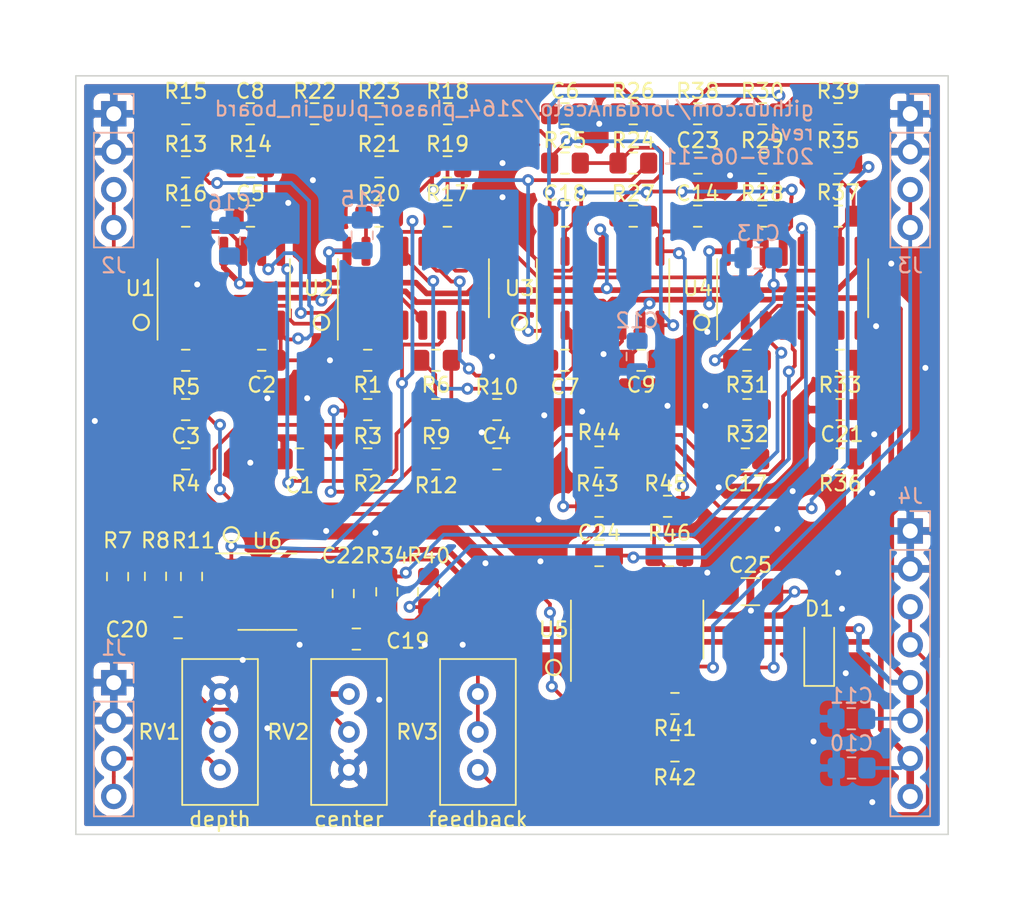
<source format=kicad_pcb>
(kicad_pcb (version 20171130) (host pcbnew 5.1.2-f72e74a~84~ubuntu18.04.1)
  (title_block (title "2164 phasor plug-in board") (date 2019-06-10) (rev 1) (comment 4 "Author: Jordan Aceto"))
  (layers (0 F.Cu signal) (31 B.Cu signal) (34 B.Paste user) (35 F.Paste user) (36 B.SilkS user) (37 F.SilkS user) (38 B.Mask user) (39 F.Mask user) (44 Edge.Cuts user))
  (net 0 "")
  (net 1 GND)
  (net 2 "Net-(C1-Pad1)")
  (net 3 "Net-(C2-Pad2)")
  (net 4 "Net-(C2-Pad1)")
  (net 5 "Net-(C3-Pad1)")
  (net 6 "Net-(C4-Pad1)")
  (net 7 "Net-(C5-Pad2)")
  (net 8 "Net-(C5-Pad1)")
  (net 9 "Net-(C6-Pad1)")
  (net 10 "Net-(C7-Pad2)")
  (net 11 "Net-(C7-Pad1)")
  (net 12 "Net-(C8-Pad1)")
  (net 13 "Net-(C9-Pad2)")
  (net 14 "Net-(C9-Pad1)")
  (net 15 +12V)
  (net 16 -12V)
  (net 17 "Net-(C14-Pad1)")
  (net 18 "Net-(C17-Pad1)")
  (net 19 "Net-(C18-Pad2)")
  (net 20 "Net-(C18-Pad1)")
  (net 21 "Net-(C21-Pad1)")
  (net 22 "Net-(C22-Pad2)")
  (net 23 "Net-(C22-Pad1)")
  (net 24 "Net-(C23-Pad1)")
  (net 25 "Net-(C24-Pad2)")
  (net 26 "Net-(C24-Pad1)")
  (net 27 "Net-(C25-Pad2)")
  (net 28 "Net-(J1-Pad3)")
  (net 29 "Net-(R1-Pad1)")
  (net 30 "Net-(R10-Pad1)")
  (net 31 "Net-(R7-Pad2)")
  (net 32 "Net-(R11-Pad2)")
  (net 33 "Net-(R8-Pad2)")
  (net 34 Fcv)
  (net 35 "Net-(R13-Pad1)")
  (net 36 "Net-(R16-Pad1)")
  (net 37 "Net-(R17-Pad1)")
  (net 38 "Net-(R20-Pad1)")
  (net 39 "Net-(R24-Pad1)")
  (net 40 "Net-(R27-Pad1)")
  (net 41 "Net-(R28-Pad1)")
  (net 42 "Net-(R31-Pad2)")
  (net 43 "Net-(R33-Pad1)")
  (net 44 "Net-(R34-Pad1)")
  (net 45 "Net-(R35-Pad1)")
  (net 46 "Net-(R40-Pad2)")
  (net 47 "Net-(R41-Pad2)")
  (net 48 "Net-(R43-Pad1)")
  (net 49 "Net-(J4-Pad3)")
  (net 50 "Net-(U2-Pad1)")
  (net 51 "Net-(U4-Pad1)")
  (net 52 "Net-(J3-Pad3)")
  (net 53 "Net-(U5-Pad1)")
  (net 54 "Net-(C3-Pad2)")
  (net 55 "Net-(C25-Pad1)")
  (net 56 "Net-(J2-Pad3)")
  (module Potentiometer_THT:Potentiometer_Bourns_3296W_Vertical (layer F.Cu) (at 111.252 92.202 90)
    (fp_text reference RV1 (at -2.54 -4.064 180) (layer F.SilkS))
    (fp_text value 10k)
    (pad 3 thru_hole circle (at -5.08 0 90) (size 1.44 1.44) (drill 0.8) (layers *.Cu *.Mask) (net 28 "Net-(J1-Pad3)"))
    (pad 2 thru_hole circle (at -2.54 0 90) (size 1.44 1.44) (drill 0.8) (layers *.Cu *.Mask) (net 31 "Net-(R7-Pad2)"))
    (pad 1 thru_hole circle (at 0 0 90) (size 1.44 1.44) (drill 0.8) (layers *.Cu *.Mask) (net 1 GND))
  )
  (module Potentiometer_THT:Potentiometer_Bourns_3296W_Vertical (layer F.Cu) (at 128.524 92.202 90)
    (fp_text reference RV3 (at -2.54 -4.064 180) (layer F.SilkS))
    (fp_text value 100k)
    (pad 1 thru_hole circle (at 0 0 90) (size 1.44 1.44) (drill 0.8) (layers *.Cu *.Mask) (net 46 "Net-(R40-Pad2)"))
    (pad 2 thru_hole circle (at -2.54 0 90) (size 1.44 1.44) (drill 0.8) (layers *.Cu *.Mask) (net 46 "Net-(R40-Pad2)"))
    (pad 3 thru_hole circle (at -5.08 0 90) (size 1.44 1.44) (drill 0.8) (layers *.Cu *.Mask) (net 49 "Net-(J4-Pad3)"))
  )
  (module Potentiometer_THT:Potentiometer_Bourns_3296W_Vertical (layer F.Cu) (at 119.888 92.202 90)
    (fp_text reference RV2 (at -2.54 -4.064 180) (layer F.SilkS))
    (fp_text value 100k)
    (pad 3 thru_hole circle (at -5.08 0 90) (size 1.44 1.44) (drill 0.8) (layers *.Cu *.Mask) (net 1 GND))
    (pad 2 thru_hole circle (at -2.54 0 90) (size 1.44 1.44) (drill 0.8) (layers *.Cu *.Mask) (net 33 "Net-(R8-Pad2)"))
    (pad 1 thru_hole circle (at 0 0 90) (size 1.44 1.44) (drill 0.8) (layers *.Cu *.Mask) (net 16 -12V))
  )
  (module Capacitor_SMD:C_1206_3216Metric_Pad1.42x1.75mm_HandSolder (layer F.Cu) (at 146.7755 85.344 180)
    (fp_text reference C25 (at 0 1.778) (layer F.SilkS))
    (fp_text value 220nF)
    (pad 2 smd roundrect (at 1.4875 0 180) (size 1.425 1.75) (layers F.Cu F.Paste F.Mask) (roundrect_rratio 0.175439) (net 27 "Net-(C25-Pad2)"))
    (pad 1 smd roundrect (at -1.4875 0 180) (size 1.425 1.75) (layers F.Cu F.Paste F.Mask) (roundrect_rratio 0.175439) (net 55 "Net-(C25-Pad1)"))
  )
  (module Diode_SMD:D_SOD-123 (layer F.Cu) (at 151.384 89.408 90)
    (fp_text reference D1 (at 2.921 0 180) (layer F.SilkS))
    (fp_text value BAT48ZFILM)
    (pad 2 smd rect (at 1.65 0 90) (size 0.9 1.2) (layers F.Cu F.Paste F.Mask) (net 16 -12V))
    (pad 1 smd rect (at -1.65 0 90) (size 0.9 1.2) (layers F.Cu F.Paste F.Mask) (net 1 GND))
  )
  (module Package_SO:SOIC-16_3.9x9.9mm_P1.27mm (layer F.Cu) (at 149.606 65.024 90)
    (fp_text reference U4 (at 0 -6.35 180) (layer F.SilkS))
    (fp_text value SSM2164)
    (pad 16 smd roundrect (at 2.475 -4.445 90) (size 1.95 0.6) (layers F.Cu F.Paste F.Mask) (net 15 +12V))
    (pad 15 smd roundrect (at 2.475 -3.175 90) (size 1.95 0.6) (layers F.Cu F.Paste F.Mask) (net 41 "Net-(R28-Pad1)"))
    (pad 14 smd roundrect (at 2.475 -1.905 90) (size 1.95 0.6) (layers F.Cu F.Paste F.Mask) (net 34 Fcv))
    (pad 13 smd roundrect (at 2.475 -0.635 90) (size 1.95 0.6) (layers F.Cu F.Paste F.Mask) (net 19 "Net-(C18-Pad2)"))
    (pad 12 smd roundrect (at 2.475 0.635 90) (size 1.95 0.6) (layers F.Cu F.Paste F.Mask) (net 25 "Net-(C24-Pad2)"))
    (pad 11 smd roundrect (at 2.475 1.905 90) (size 1.95 0.6) (layers F.Cu F.Paste F.Mask) (net 34 Fcv))
    (pad 10 smd roundrect (at 2.475 3.175 90) (size 1.95 0.6) (layers F.Cu F.Paste F.Mask) (net 45 "Net-(R35-Pad1)"))
    (pad 9 smd roundrect (at 2.475 4.445 90) (size 1.95 0.6) (layers F.Cu F.Paste F.Mask) (net 16 -12V))
    (pad 8 smd roundrect (at -2.475 4.445 90) (size 1.95 0.6) (layers F.Cu F.Paste F.Mask) (net 1 GND))
    (pad 7 smd roundrect (at -2.475 3.175 90) (size 1.95 0.6) (layers F.Cu F.Paste F.Mask) (net 43 "Net-(R33-Pad1)"))
    (pad 6 smd roundrect (at -2.475 1.905 90) (size 1.95 0.6) (layers F.Cu F.Paste F.Mask) (net 44 "Net-(R34-Pad1)"))
    (pad 5 smd roundrect (at -2.475 0.635 90) (size 1.95 0.6) (layers F.Cu F.Paste F.Mask) (net 54 "Net-(C3-Pad2)"))
    (pad 4 smd roundrect (at -2.475 -0.635 90) (size 1.95 0.6) (layers F.Cu F.Paste F.Mask) (net 22 "Net-(C22-Pad2)"))
    (pad 3 smd roundrect (at -2.475 -1.905 90) (size 1.95 0.6) (layers F.Cu F.Paste F.Mask) (net 44 "Net-(R34-Pad1)"))
    (pad 2 smd roundrect (at -2.475 -3.175 90) (size 1.95 0.6) (layers F.Cu F.Paste F.Mask) (net 42 "Net-(R31-Pad2)"))
    (pad 1 smd roundrect (at -2.475 -4.445 90) (size 1.95 0.6) (layers F.Cu F.Paste F.Mask) (net 51 "Net-(U4-Pad1)"))
  )
  (module Connector_PinHeader_2.54mm:PinHeader_1x08_P2.54mm_Vertical (layer B.Cu) (at 157.48 81.28 180)
    (fp_text reference J4 (at 0 2.33) (layer B.SilkS) (effects (justify mirror)))
    (fp_text value Conn_01x08_Male)
    (pad 8 thru_hole oval (at 0 -17.78 180) (size 1.7 1.7) (drill 1) (layers *.Cu *.Mask) (net 15 +12V))
    (pad 7 thru_hole oval (at 0 -15.24 180) (size 1.7 1.7) (drill 1) (layers *.Cu *.Mask) (net 15 +12V))
    (pad 6 thru_hole oval (at 0 -12.7 180) (size 1.7 1.7) (drill 1) (layers *.Cu *.Mask) (net 16 -12V))
    (pad 5 thru_hole oval (at 0 -10.16 180) (size 1.7 1.7) (drill 1) (layers *.Cu *.Mask) (net 16 -12V))
    (pad 4 thru_hole oval (at 0 -7.62 180) (size 1.7 1.7) (drill 1) (layers *.Cu *.Mask) (net 49 "Net-(J4-Pad3)"))
    (pad 3 thru_hole oval (at 0 -5.08 180) (size 1.7 1.7) (drill 1) (layers *.Cu *.Mask) (net 49 "Net-(J4-Pad3)"))
    (pad 2 thru_hole oval (at 0 -2.54 180) (size 1.7 1.7) (drill 1) (layers *.Cu *.Mask) (net 1 GND))
    (pad 1 thru_hole rect (at 0 0 180) (size 1.7 1.7) (drill 1) (layers *.Cu *.Mask) (net 1 GND))
  )
  (module Connector_PinHeader_2.54mm:PinHeader_1x04_P2.54mm_Vertical (layer B.Cu) (at 157.48 53.34 180)
    (fp_text reference J3 (at 0 -10.16) (layer B.SilkS) (effects (justify mirror)))
    (fp_text value Conn_01x04_Male)
    (pad 4 thru_hole oval (at 0 -7.62 180) (size 1.7 1.7) (drill 1) (layers *.Cu *.Mask) (net 52 "Net-(J3-Pad3)"))
    (pad 3 thru_hole oval (at 0 -5.08 180) (size 1.7 1.7) (drill 1) (layers *.Cu *.Mask) (net 52 "Net-(J3-Pad3)"))
    (pad 2 thru_hole oval (at 0 -2.54 180) (size 1.7 1.7) (drill 1) (layers *.Cu *.Mask) (net 1 GND))
    (pad 1 thru_hole rect (at 0 0 180) (size 1.7 1.7) (drill 1) (layers *.Cu *.Mask) (net 1 GND))
  )
  (module Package_SO:SOIC-8_3.9x4.9mm_P1.27mm (layer F.Cu) (at 114.427 85.344)
    (fp_text reference U6 (at 0 -3.4) (layer F.SilkS))
    (fp_text value TL072)
    (pad 8 smd roundrect (at 2.475 -1.905) (size 1.95 0.6) (layers F.Cu F.Paste F.Mask) (net 15 +12V))
    (pad 7 smd roundrect (at 2.475 -0.635) (size 1.95 0.6) (layers F.Cu F.Paste F.Mask) (net 23 "Net-(C22-Pad1)"))
    (pad 6 smd roundrect (at 2.475 0.635) (size 1.95 0.6) (layers F.Cu F.Paste F.Mask) (net 22 "Net-(C22-Pad2)"))
    (pad 5 smd roundrect (at 2.475 1.905) (size 1.95 0.6) (layers F.Cu F.Paste F.Mask) (net 1 GND))
    (pad 4 smd roundrect (at -2.475 1.905) (size 1.95 0.6) (layers F.Cu F.Paste F.Mask) (net 16 -12V))
    (pad 3 smd roundrect (at -2.475 0.635) (size 1.95 0.6) (layers F.Cu F.Paste F.Mask) (net 1 GND))
    (pad 2 smd roundrect (at -2.475 -0.635) (size 1.95 0.6) (layers F.Cu F.Paste F.Mask) (net 32 "Net-(R11-Pad2)"))
    (pad 1 smd roundrect (at -2.475 -1.905) (size 1.95 0.6) (layers F.Cu F.Paste F.Mask) (net 34 Fcv))
  )
  (module Package_SO:SOIC-14_3.9x8.7mm_P1.27mm (layer F.Cu) (at 139.192 87.884 90)
    (fp_text reference U5 (at 0 -5.588 180) (layer F.SilkS))
    (fp_text value TL074)
    (pad 14 smd roundrect (at 2.475 -3.81 90) (size 1.95 0.6) (layers F.Cu F.Paste F.Mask) (net 26 "Net-(C24-Pad1)"))
    (pad 13 smd roundrect (at 2.475 -2.54 90) (size 1.95 0.6) (layers F.Cu F.Paste F.Mask) (net 25 "Net-(C24-Pad2)"))
    (pad 12 smd roundrect (at 2.475 -1.27 90) (size 1.95 0.6) (layers F.Cu F.Paste F.Mask) (net 1 GND))
    (pad 11 smd roundrect (at 2.475 0 90) (size 1.95 0.6) (layers F.Cu F.Paste F.Mask) (net 16 -12V))
    (pad 10 smd roundrect (at 2.475 1.27 90) (size 1.95 0.6) (layers F.Cu F.Paste F.Mask) (net 1 GND))
    (pad 9 smd roundrect (at 2.475 2.54 90) (size 1.95 0.6) (layers F.Cu F.Paste F.Mask) (net 48 "Net-(R43-Pad1)"))
    (pad 8 smd roundrect (at 2.475 3.81 90) (size 1.95 0.6) (layers F.Cu F.Paste F.Mask) (net 27 "Net-(C25-Pad2)"))
    (pad 7 smd roundrect (at -2.475 3.81 90) (size 1.95 0.6) (layers F.Cu F.Paste F.Mask) (net 52 "Net-(J3-Pad3)"))
    (pad 6 smd roundrect (at -2.475 2.54 90) (size 1.95 0.6) (layers F.Cu F.Paste F.Mask) (net 52 "Net-(J3-Pad3)"))
    (pad 5 smd roundrect (at -2.475 1.27 90) (size 1.95 0.6) (layers F.Cu F.Paste F.Mask) (net 47 "Net-(R41-Pad2)"))
    (pad 4 smd roundrect (at -2.475 0 90) (size 1.95 0.6) (layers F.Cu F.Paste F.Mask) (net 15 +12V))
    (pad 3 smd roundrect (at -2.475 -1.27 90) (size 1.95 0.6) (layers F.Cu F.Paste F.Mask) (net 1 GND))
    (pad 2 smd roundrect (at -2.475 -2.54 90) (size 1.95 0.6) (layers F.Cu F.Paste F.Mask) (net 53 "Net-(U5-Pad1)"))
    (pad 1 smd roundrect (at -2.475 -3.81 90) (size 1.95 0.6) (layers F.Cu F.Paste F.Mask) (net 53 "Net-(U5-Pad1)"))
  )
  (module Package_SO:SOIC-14_3.9x8.7mm_P1.27mm (layer F.Cu) (at 136.906 65.024 90)
    (fp_text reference U3 (at 0 -5.588 180) (layer F.SilkS))
    (fp_text value TL074)
    (pad 14 smd roundrect (at 2.475 -3.81 90) (size 1.95 0.6) (layers F.Cu F.Paste F.Mask) (net 20 "Net-(C18-Pad1)"))
    (pad 13 smd roundrect (at 2.475 -2.54 90) (size 1.95 0.6) (layers F.Cu F.Paste F.Mask) (net 19 "Net-(C18-Pad2)"))
    (pad 12 smd roundrect (at 2.475 -1.27 90) (size 1.95 0.6) (layers F.Cu F.Paste F.Mask) (net 1 GND))
    (pad 11 smd roundrect (at 2.475 0 90) (size 1.95 0.6) (layers F.Cu F.Paste F.Mask) (net 16 -12V))
    (pad 10 smd roundrect (at 2.475 1.27 90) (size 1.95 0.6) (layers F.Cu F.Paste F.Mask) (net 1 GND))
    (pad 9 smd roundrect (at 2.475 2.54 90) (size 1.95 0.6) (layers F.Cu F.Paste F.Mask) (net 39 "Net-(R24-Pad1)"))
    (pad 8 smd roundrect (at 2.475 3.81 90) (size 1.95 0.6) (layers F.Cu F.Paste F.Mask) (net 40 "Net-(R27-Pad1)"))
    (pad 7 smd roundrect (at -2.475 3.81 90) (size 1.95 0.6) (layers F.Cu F.Paste F.Mask) (net 14 "Net-(C9-Pad1)"))
    (pad 6 smd roundrect (at -2.475 2.54 90) (size 1.95 0.6) (layers F.Cu F.Paste F.Mask) (net 13 "Net-(C9-Pad2)"))
    (pad 5 smd roundrect (at -2.475 1.27 90) (size 1.95 0.6) (layers F.Cu F.Paste F.Mask) (net 1 GND))
    (pad 4 smd roundrect (at -2.475 0 90) (size 1.95 0.6) (layers F.Cu F.Paste F.Mask) (net 15 +12V))
    (pad 3 smd roundrect (at -2.475 -1.27 90) (size 1.95 0.6) (layers F.Cu F.Paste F.Mask) (net 1 GND))
    (pad 2 smd roundrect (at -2.475 -2.54 90) (size 1.95 0.6) (layers F.Cu F.Paste F.Mask) (net 10 "Net-(C7-Pad2)"))
    (pad 1 smd roundrect (at -2.475 -3.81 90) (size 1.95 0.6) (layers F.Cu F.Paste F.Mask) (net 11 "Net-(C7-Pad1)"))
  )
  (module Package_SO:SOIC-16_3.9x9.9mm_P1.27mm (layer F.Cu) (at 124.206 65.024 90)
    (fp_text reference U2 (at 0 -6.35 180) (layer F.SilkS))
    (fp_text value SSM2164)
    (pad 16 smd roundrect (at 2.475 -4.445 90) (size 1.95 0.6) (layers F.Cu F.Paste F.Mask) (net 15 +12V))
    (pad 15 smd roundrect (at 2.475 -3.175 90) (size 1.95 0.6) (layers F.Cu F.Paste F.Mask) (net 38 "Net-(R20-Pad1)"))
    (pad 14 smd roundrect (at 2.475 -1.905 90) (size 1.95 0.6) (layers F.Cu F.Paste F.Mask) (net 34 Fcv))
    (pad 13 smd roundrect (at 2.475 -0.635 90) (size 1.95 0.6) (layers F.Cu F.Paste F.Mask) (net 13 "Net-(C9-Pad2)"))
    (pad 12 smd roundrect (at 2.475 0.635 90) (size 1.95 0.6) (layers F.Cu F.Paste F.Mask) (net 10 "Net-(C7-Pad2)"))
    (pad 11 smd roundrect (at 2.475 1.905 90) (size 1.95 0.6) (layers F.Cu F.Paste F.Mask) (net 34 Fcv))
    (pad 10 smd roundrect (at 2.475 3.175 90) (size 1.95 0.6) (layers F.Cu F.Paste F.Mask) (net 37 "Net-(R17-Pad1)"))
    (pad 9 smd roundrect (at 2.475 4.445 90) (size 1.95 0.6) (layers F.Cu F.Paste F.Mask) (net 16 -12V))
    (pad 8 smd roundrect (at -2.475 4.445 90) (size 1.95 0.6) (layers F.Cu F.Paste F.Mask) (net 1 GND))
    (pad 7 smd roundrect (at -2.475 3.175 90) (size 1.95 0.6) (layers F.Cu F.Paste F.Mask) (net 30 "Net-(R10-Pad1)"))
    (pad 6 smd roundrect (at -2.475 1.905 90) (size 1.95 0.6) (layers F.Cu F.Paste F.Mask) (net 34 Fcv))
    (pad 5 smd roundrect (at -2.475 0.635 90) (size 1.95 0.6) (layers F.Cu F.Paste F.Mask) (net 7 "Net-(C5-Pad2)"))
    (pad 4 smd roundrect (at -2.475 -0.635 90) (size 1.95 0.6) (layers F.Cu F.Paste F.Mask) (net 3 "Net-(C2-Pad2)"))
    (pad 3 smd roundrect (at -2.475 -1.905 90) (size 1.95 0.6) (layers F.Cu F.Paste F.Mask) (net 34 Fcv))
    (pad 2 smd roundrect (at -2.475 -3.175 90) (size 1.95 0.6) (layers F.Cu F.Paste F.Mask) (net 29 "Net-(R1-Pad1)"))
    (pad 1 smd roundrect (at -2.475 -4.445 90) (size 1.95 0.6) (layers F.Cu F.Paste F.Mask) (net 50 "Net-(U2-Pad1)"))
  )
  (module Package_SO:SOIC-14_3.9x8.7mm_P1.27mm (layer F.Cu) (at 111.506 65.024 90)
    (fp_text reference U1 (at 0 -5.588 180) (layer F.SilkS))
    (fp_text value TL074)
    (pad 14 smd roundrect (at 2.475 -3.81 90) (size 1.95 0.6) (layers F.Cu F.Paste F.Mask) (net 36 "Net-(R16-Pad1)"))
    (pad 13 smd roundrect (at 2.475 -2.54 90) (size 1.95 0.6) (layers F.Cu F.Paste F.Mask) (net 35 "Net-(R13-Pad1)"))
    (pad 12 smd roundrect (at 2.475 -1.27 90) (size 1.95 0.6) (layers F.Cu F.Paste F.Mask) (net 1 GND))
    (pad 11 smd roundrect (at 2.475 0 90) (size 1.95 0.6) (layers F.Cu F.Paste F.Mask) (net 16 -12V))
    (pad 10 smd roundrect (at 2.475 1.27 90) (size 1.95 0.6) (layers F.Cu F.Paste F.Mask) (net 1 GND))
    (pad 9 smd roundrect (at 2.475 2.54 90) (size 1.95 0.6) (layers F.Cu F.Paste F.Mask) (net 7 "Net-(C5-Pad2)"))
    (pad 8 smd roundrect (at 2.475 3.81 90) (size 1.95 0.6) (layers F.Cu F.Paste F.Mask) (net 8 "Net-(C5-Pad1)"))
    (pad 7 smd roundrect (at -2.475 3.81 90) (size 1.95 0.6) (layers F.Cu F.Paste F.Mask) (net 4 "Net-(C2-Pad1)"))
    (pad 6 smd roundrect (at -2.475 2.54 90) (size 1.95 0.6) (layers F.Cu F.Paste F.Mask) (net 3 "Net-(C2-Pad2)"))
    (pad 5 smd roundrect (at -2.475 1.27 90) (size 1.95 0.6) (layers F.Cu F.Paste F.Mask) (net 1 GND))
    (pad 4 smd roundrect (at -2.475 0 90) (size 1.95 0.6) (layers F.Cu F.Paste F.Mask) (net 15 +12V))
    (pad 3 smd roundrect (at -2.475 -1.27 90) (size 1.95 0.6) (layers F.Cu F.Paste F.Mask) (net 1 GND))
    (pad 2 smd roundrect (at -2.475 -2.54 90) (size 1.95 0.6) (layers F.Cu F.Paste F.Mask) (net 54 "Net-(C3-Pad2)"))
    (pad 1 smd roundrect (at -2.475 -3.81 90) (size 1.95 0.6) (layers F.Cu F.Paste F.Mask) (net 5 "Net-(C3-Pad1)"))
  )
  (module Resistor_SMD:R_0805_2012Metric_Pad1.15x1.40mm_HandSolder (layer F.Cu) (at 141.351 82.931 180)
    (fp_text reference R46 (at 0 1.524) (layer F.SilkS))
    (fp_text value 20k)
    (pad 2 smd roundrect (at 1.025 0 180) (size 1.15 1.4) (layers F.Cu F.Paste F.Mask) (roundrect_rratio 0.217391) (net 48 "Net-(R43-Pad1)"))
    (pad 1 smd roundrect (at -1.025 0 180) (size 1.15 1.4) (layers F.Cu F.Paste F.Mask) (roundrect_rratio 0.217391) (net 27 "Net-(C25-Pad2)"))
  )
  (module Resistor_SMD:R_0805_2012Metric_Pad1.15x1.40mm_HandSolder (layer F.Cu) (at 141.233 79.629)
    (fp_text reference R45 (at -0.127 -1.524) (layer F.SilkS))
    (fp_text value 20k)
    (pad 2 smd roundrect (at 1.025 0) (size 1.15 1.4) (layers F.Cu F.Paste F.Mask) (roundrect_rratio 0.217391) (net 40 "Net-(R27-Pad1)"))
    (pad 1 smd roundrect (at -1.025 0) (size 1.15 1.4) (layers F.Cu F.Paste F.Mask) (roundrect_rratio 0.217391) (net 48 "Net-(R43-Pad1)"))
  )
  (module Resistor_SMD:R_0805_2012Metric_Pad1.15x1.40mm_HandSolder (layer F.Cu) (at 136.643 76.327 180)
    (fp_text reference R44 (at 0 1.651) (layer F.SilkS))
    (fp_text value 10k)
    (pad 2 smd roundrect (at 1.025 0 180) (size 1.15 1.4) (layers F.Cu F.Paste F.Mask) (roundrect_rratio 0.217391) (net 26 "Net-(C24-Pad1)"))
    (pad 1 smd roundrect (at -1.025 0 180) (size 1.15 1.4) (layers F.Cu F.Paste F.Mask) (roundrect_rratio 0.217391) (net 48 "Net-(R43-Pad1)"))
  )
  (module Resistor_SMD:R_0805_2012Metric_Pad1.15x1.40mm_HandSolder (layer F.Cu) (at 136.643 79.629 180)
    (fp_text reference R43 (at 0.118 1.524) (layer F.SilkS))
    (fp_text value 10k)
    (pad 2 smd roundrect (at 1.025 0 180) (size 1.15 1.4) (layers F.Cu F.Paste F.Mask) (roundrect_rratio 0.217391) (net 20 "Net-(C18-Pad1)"))
    (pad 1 smd roundrect (at -1.025 0 180) (size 1.15 1.4) (layers F.Cu F.Paste F.Mask) (roundrect_rratio 0.217391) (net 48 "Net-(R43-Pad1)"))
  )
  (module Resistor_SMD:R_0805_2012Metric_Pad1.15x1.40mm_HandSolder (layer F.Cu) (at 141.723 96.012)
    (fp_text reference R42 (at -0.009 1.778) (layer F.SilkS))
    (fp_text value 12k)
    (pad 2 smd roundrect (at 1.025 0) (size 1.15 1.4) (layers F.Cu F.Paste F.Mask) (roundrect_rratio 0.217391) (net 55 "Net-(C25-Pad1)"))
    (pad 1 smd roundrect (at -1.025 0) (size 1.15 1.4) (layers F.Cu F.Paste F.Mask) (roundrect_rratio 0.217391) (net 47 "Net-(R41-Pad2)"))
  )
  (module Resistor_SMD:R_0805_2012Metric_Pad1.15x1.40mm_HandSolder (layer F.Cu) (at 141.723 92.837)
    (fp_text reference R41 (at 0.009 1.651) (layer F.SilkS))
    (fp_text value 30k)
    (pad 2 smd roundrect (at 1.025 0) (size 1.15 1.4) (layers F.Cu F.Paste F.Mask) (roundrect_rratio 0.217391) (net 47 "Net-(R41-Pad2)"))
    (pad 1 smd roundrect (at -1.025 0) (size 1.15 1.4) (layers F.Cu F.Paste F.Mask) (roundrect_rratio 0.217391) (net 5 "Net-(C3-Pad1)"))
  )
  (module Resistor_SMD:R_0805_2012Metric_Pad1.15x1.40mm_HandSolder (layer F.Cu) (at 125.222 85.353 90)
    (fp_text reference R40 (at 2.422 0 180) (layer F.SilkS))
    (fp_text value 51k)
    (pad 2 smd roundrect (at 1.025 0 90) (size 1.15 1.4) (layers F.Cu F.Paste F.Mask) (roundrect_rratio 0.217391) (net 46 "Net-(R40-Pad2)"))
    (pad 1 smd roundrect (at -1.025 0 90) (size 1.15 1.4) (layers F.Cu F.Paste F.Mask) (roundrect_rratio 0.217391) (net 22 "Net-(C22-Pad2)"))
  )
  (module Resistor_SMD:R_0805_2012Metric_Pad1.15x1.40mm_HandSolder (layer F.Cu) (at 152.663 56.642 180)
    (fp_text reference R39 (at 0.009 4.826) (layer F.SilkS))
    (fp_text value 30k)
    (pad 2 smd roundrect (at 1.025 0 180) (size 1.15 1.4) (layers F.Cu F.Paste F.Mask) (roundrect_rratio 0.217391) (net 45 "Net-(R35-Pad1)"))
    (pad 1 smd roundrect (at -1.025 0 180) (size 1.15 1.4) (layers F.Cu F.Paste F.Mask) (roundrect_rratio 0.217391) (net 26 "Net-(C24-Pad1)"))
  )
  (module Resistor_SMD:R_0805_2012Metric_Pad1.15x1.40mm_HandSolder (layer F.Cu) (at 143.247 53.34)
    (fp_text reference R38 (at 0 -1.524) (layer F.SilkS))
    (fp_text value 510)
    (pad 2 smd roundrect (at 1.025 0) (size 1.15 1.4) (layers F.Cu F.Paste F.Mask) (roundrect_rratio 0.217391) (net 24 "Net-(C23-Pad1)"))
    (pad 1 smd roundrect (at -1.025 0) (size 1.15 1.4) (layers F.Cu F.Paste F.Mask) (roundrect_rratio 0.217391) (net 45 "Net-(R35-Pad1)"))
  )
  (module Resistor_SMD:R_0805_2012Metric_Pad1.15x1.40mm_HandSolder (layer F.Cu) (at 152.663 60.198 180)
    (fp_text reference R37 (at 0.009 1.5875) (layer F.SilkS))
    (fp_text value 30k)
    (pad 2 smd roundrect (at 1.025 0 180) (size 1.15 1.4) (layers F.Cu F.Paste F.Mask) (roundrect_rratio 0.217391) (net 40 "Net-(R27-Pad1)"))
    (pad 1 smd roundrect (at -1.025 0 180) (size 1.15 1.4) (layers F.Cu F.Paste F.Mask) (roundrect_rratio 0.217391) (net 45 "Net-(R35-Pad1)"))
  )
  (module Resistor_SMD:R_0805_2012Metric_Pad1.15x1.40mm_HandSolder (layer F.Cu) (at 152.79 76.454)
    (fp_text reference R36 (at 0.009 1.651) (layer F.SilkS))
    (fp_text value 30k)
    (pad 2 smd roundrect (at 1.025 0) (size 1.15 1.4) (layers F.Cu F.Paste F.Mask) (roundrect_rratio 0.217391) (net 55 "Net-(C25-Pad1)"))
    (pad 1 smd roundrect (at -1.025 0) (size 1.15 1.4) (layers F.Cu F.Paste F.Mask) (roundrect_rratio 0.217391) (net 43 "Net-(R33-Pad1)"))
  )
  (module Resistor_SMD:R_0805_2012Metric_Pad1.15x1.40mm_HandSolder (layer F.Cu) (at 152.654 53.34)
    (fp_text reference R35 (at 0 1.778) (layer F.SilkS))
    (fp_text value 15k)
    (pad 2 smd roundrect (at 1.025 0) (size 1.15 1.4) (layers F.Cu F.Paste F.Mask) (roundrect_rratio 0.217391) (net 20 "Net-(C18-Pad1)"))
    (pad 1 smd roundrect (at -1.025 0) (size 1.15 1.4) (layers F.Cu F.Paste F.Mask) (roundrect_rratio 0.217391) (net 45 "Net-(R35-Pad1)"))
  )
  (module Resistor_SMD:R_0805_2012Metric_Pad1.15x1.40mm_HandSolder (layer F.Cu) (at 122.428 85.353 270)
    (fp_text reference R34 (at -2.413 0 180) (layer F.SilkS))
    (fp_text value 4k7)
    (pad 2 smd roundrect (at 1.025 0 270) (size 1.15 1.4) (layers F.Cu F.Paste F.Mask) (roundrect_rratio 0.217391) (net 23 "Net-(C22-Pad1)"))
    (pad 1 smd roundrect (at -1.025 0 270) (size 1.15 1.4) (layers F.Cu F.Paste F.Mask) (roundrect_rratio 0.217391) (net 44 "Net-(R34-Pad1)"))
  )
  (module Resistor_SMD:R_0805_2012Metric_Pad1.15x1.40mm_HandSolder (layer F.Cu) (at 152.772 69.85)
    (fp_text reference R33 (at 0.009 1.651) (layer F.SilkS))
    (fp_text value 510)
    (pad 2 smd roundrect (at 1.025 0) (size 1.15 1.4) (layers F.Cu F.Paste F.Mask) (roundrect_rratio 0.217391) (net 21 "Net-(C21-Pad1)"))
    (pad 1 smd roundrect (at -1.025 0) (size 1.15 1.4) (layers F.Cu F.Paste F.Mask) (roundrect_rratio 0.217391) (net 43 "Net-(R33-Pad1)"))
  )
  (module Resistor_SMD:R_0805_2012Metric_Pad1.15x1.40mm_HandSolder (layer F.Cu) (at 146.549 73.152 180)
    (fp_text reference R32 (at -0.009 -1.651) (layer F.SilkS))
    (fp_text value 510)
    (pad 2 smd roundrect (at 1.025 0 180) (size 1.15 1.4) (layers F.Cu F.Paste F.Mask) (roundrect_rratio 0.217391) (net 18 "Net-(C17-Pad1)"))
    (pad 1 smd roundrect (at -1.025 0 180) (size 1.15 1.4) (layers F.Cu F.Paste F.Mask) (roundrect_rratio 0.217391) (net 42 "Net-(R31-Pad2)"))
  )
  (module Resistor_SMD:R_0805_2012Metric_Pad1.15x1.40mm_HandSolder (layer F.Cu) (at 146.549 69.85)
    (fp_text reference R31 (at 0 1.651) (layer F.SilkS))
    (fp_text value 270k)
    (pad 2 smd roundrect (at 1.025 0) (size 1.15 1.4) (layers F.Cu F.Paste F.Mask) (roundrect_rratio 0.217391) (net 42 "Net-(R31-Pad2)"))
    (pad 1 smd roundrect (at -1.025 0) (size 1.15 1.4) (layers F.Cu F.Paste F.Mask) (roundrect_rratio 0.217391) (net 16 -12V))
  )
  (module Resistor_SMD:R_0805_2012Metric_Pad1.15x1.40mm_HandSolder (layer F.Cu) (at 147.583 53.34 180)
    (fp_text reference R30 (at 0 1.524) (layer F.SilkS))
    (fp_text value 30k)
    (pad 2 smd roundrect (at 1.025 0 180) (size 1.15 1.4) (layers F.Cu F.Paste F.Mask) (roundrect_rratio 0.217391) (net 41 "Net-(R28-Pad1)"))
    (pad 1 smd roundrect (at -1.025 0 180) (size 1.15 1.4) (layers F.Cu F.Paste F.Mask) (roundrect_rratio 0.217391) (net 20 "Net-(C18-Pad1)"))
  )
  (module Resistor_SMD:R_0805_2012Metric_Pad1.15x1.40mm_HandSolder (layer F.Cu) (at 147.583 56.642 180)
    (fp_text reference R29 (at 0.009 1.524) (layer F.SilkS))
    (fp_text value 510)
    (pad 2 smd roundrect (at 1.025 0 180) (size 1.15 1.4) (layers F.Cu F.Paste F.Mask) (roundrect_rratio 0.217391) (net 17 "Net-(C14-Pad1)"))
    (pad 1 smd roundrect (at -1.025 0 180) (size 1.15 1.4) (layers F.Cu F.Paste F.Mask) (roundrect_rratio 0.217391) (net 41 "Net-(R28-Pad1)"))
  )
  (module Resistor_SMD:R_0805_2012Metric_Pad1.15x1.40mm_HandSolder (layer F.Cu) (at 147.583 60.198 180)
    (fp_text reference R28 (at 0.009 1.524) (layer F.SilkS))
    (fp_text value 30k)
    (pad 2 smd roundrect (at 1.025 0 180) (size 1.15 1.4) (layers F.Cu F.Paste F.Mask) (roundrect_rratio 0.217391) (net 40 "Net-(R27-Pad1)"))
    (pad 1 smd roundrect (at -1.025 0 180) (size 1.15 1.4) (layers F.Cu F.Paste F.Mask) (roundrect_rratio 0.217391) (net 41 "Net-(R28-Pad1)"))
  )
  (module Resistor_SMD:R_0805_2012Metric_Pad1.15x1.40mm_HandSolder (layer F.Cu) (at 138.929 60.198 180)
    (fp_text reference R27 (at 0 1.524) (layer F.SilkS))
    (fp_text value 20k)
    (pad 2 smd roundrect (at 1.025 0 180) (size 1.15 1.4) (layers F.Cu F.Paste F.Mask) (roundrect_rratio 0.217391) (net 39 "Net-(R24-Pad1)"))
    (pad 1 smd roundrect (at -1.025 0 180) (size 1.15 1.4) (layers F.Cu F.Paste F.Mask) (roundrect_rratio 0.217391) (net 40 "Net-(R27-Pad1)"))
  )
  (module Resistor_SMD:R_0805_2012Metric_Pad1.15x1.40mm_HandSolder (layer F.Cu) (at 138.929 53.34)
    (fp_text reference R26 (at 0 -1.524) (layer F.SilkS))
    (fp_text value 20k)
    (pad 2 smd roundrect (at 1.025 0) (size 1.15 1.4) (layers F.Cu F.Paste F.Mask) (roundrect_rratio 0.217391) (net 36 "Net-(R16-Pad1)"))
    (pad 1 smd roundrect (at -1.025 0) (size 1.15 1.4) (layers F.Cu F.Paste F.Mask) (roundrect_rratio 0.217391) (net 39 "Net-(R24-Pad1)"))
  )
  (module Resistor_SMD:R_0805_2012Metric_Pad1.15x1.40mm_HandSolder (layer F.Cu) (at 134.357 56.642 180)
    (fp_text reference R25 (at 0 1.524) (layer F.SilkS))
    (fp_text value 10k)
    (pad 2 smd roundrect (at 1.025 0 180) (size 1.15 1.4) (layers F.Cu F.Paste F.Mask) (roundrect_rratio 0.217391) (net 14 "Net-(C9-Pad1)"))
    (pad 1 smd roundrect (at -1.025 0 180) (size 1.15 1.4) (layers F.Cu F.Paste F.Mask) (roundrect_rratio 0.217391) (net 39 "Net-(R24-Pad1)"))
  )
  (module Resistor_SMD:R_0805_2012Metric_Pad1.15x1.40mm_HandSolder (layer F.Cu) (at 138.938 56.642)
    (fp_text reference R24 (at 0 -1.524) (layer F.SilkS))
    (fp_text value 10k)
    (pad 2 smd roundrect (at 1.025 0) (size 1.15 1.4) (layers F.Cu F.Paste F.Mask) (roundrect_rratio 0.217391) (net 11 "Net-(C7-Pad1)"))
    (pad 1 smd roundrect (at -1.025 0) (size 1.15 1.4) (layers F.Cu F.Paste F.Mask) (roundrect_rratio 0.217391) (net 39 "Net-(R24-Pad1)"))
  )
  (module Resistor_SMD:R_0805_2012Metric_Pad1.15x1.40mm_HandSolder (layer F.Cu) (at 121.911 53.34 180)
    (fp_text reference R23 (at 0.009 1.524) (layer F.SilkS))
    (fp_text value 30k)
    (pad 2 smd roundrect (at 1.025 0 180) (size 1.15 1.4) (layers F.Cu F.Paste F.Mask) (roundrect_rratio 0.217391) (net 38 "Net-(R20-Pad1)"))
    (pad 1 smd roundrect (at -1.025 0 180) (size 1.15 1.4) (layers F.Cu F.Paste F.Mask) (roundrect_rratio 0.217391) (net 14 "Net-(C9-Pad1)"))
  )
  (module Resistor_SMD:R_0805_2012Metric_Pad1.15x1.40mm_HandSolder (layer F.Cu) (at 117.593 53.34 180)
    (fp_text reference R22 (at 0 1.524) (layer F.SilkS))
    (fp_text value 510)
    (pad 2 smd roundrect (at 1.025 0 180) (size 1.15 1.4) (layers F.Cu F.Paste F.Mask) (roundrect_rratio 0.217391) (net 12 "Net-(C8-Pad1)"))
    (pad 1 smd roundrect (at -1.025 0 180) (size 1.15 1.4) (layers F.Cu F.Paste F.Mask) (roundrect_rratio 0.217391) (net 38 "Net-(R20-Pad1)"))
  )
  (module Resistor_SMD:R_0805_2012Metric_Pad1.15x1.40mm_HandSolder (layer F.Cu) (at 121.911 56.896)
    (fp_text reference R21 (at 0 -1.524) (layer F.SilkS))
    (fp_text value 30k)
    (pad 2 smd roundrect (at 1.025 0) (size 1.15 1.4) (layers F.Cu F.Paste F.Mask) (roundrect_rratio 0.217391) (net 36 "Net-(R16-Pad1)"))
    (pad 1 smd roundrect (at -1.025 0) (size 1.15 1.4) (layers F.Cu F.Paste F.Mask) (roundrect_rratio 0.217391) (net 38 "Net-(R20-Pad1)"))
  )
  (module Resistor_SMD:R_0805_2012Metric_Pad1.15x1.40mm_HandSolder (layer F.Cu) (at 121.911 60.198)
    (fp_text reference R20 (at 0 -1.524) (layer F.SilkS))
    (fp_text value 15k)
    (pad 2 smd roundrect (at 1.025 0) (size 1.15 1.4) (layers F.Cu F.Paste F.Mask) (roundrect_rratio 0.217391) (net 11 "Net-(C7-Pad1)"))
    (pad 1 smd roundrect (at -1.025 0) (size 1.15 1.4) (layers F.Cu F.Paste F.Mask) (roundrect_rratio 0.217391) (net 38 "Net-(R20-Pad1)"))
  )
  (module Resistor_SMD:R_0805_2012Metric_Pad1.15x1.40mm_HandSolder (layer F.Cu) (at 126.483 56.896)
    (fp_text reference R19 (at 0.009 -1.524) (layer F.SilkS))
    (fp_text value 30k)
    (pad 2 smd roundrect (at 1.025 0) (size 1.15 1.4) (layers F.Cu F.Paste F.Mask) (roundrect_rratio 0.217391) (net 37 "Net-(R17-Pad1)"))
    (pad 1 smd roundrect (at -1.025 0) (size 1.15 1.4) (layers F.Cu F.Paste F.Mask) (roundrect_rratio 0.217391) (net 11 "Net-(C7-Pad1)"))
  )
  (module Resistor_SMD:R_0805_2012Metric_Pad1.15x1.40mm_HandSolder (layer F.Cu) (at 126.501 53.34)
    (fp_text reference R18 (at 0 -1.524) (layer F.SilkS))
    (fp_text value 510)
    (pad 2 smd roundrect (at 1.025 0) (size 1.15 1.4) (layers F.Cu F.Paste F.Mask) (roundrect_rratio 0.217391) (net 9 "Net-(C6-Pad1)"))
    (pad 1 smd roundrect (at -1.025 0) (size 1.15 1.4) (layers F.Cu F.Paste F.Mask) (roundrect_rratio 0.217391) (net 37 "Net-(R17-Pad1)"))
  )
  (module Resistor_SMD:R_0805_2012Metric_Pad1.15x1.40mm_HandSolder (layer F.Cu) (at 126.483 60.198 180)
    (fp_text reference R17 (at 0.009 1.524) (layer F.SilkS))
    (fp_text value 30k)
    (pad 2 smd roundrect (at 1.025 0 180) (size 1.15 1.4) (layers F.Cu F.Paste F.Mask) (roundrect_rratio 0.217391) (net 36 "Net-(R16-Pad1)"))
    (pad 1 smd roundrect (at -1.025 0 180) (size 1.15 1.4) (layers F.Cu F.Paste F.Mask) (roundrect_rratio 0.217391) (net 37 "Net-(R17-Pad1)"))
  )
  (module Resistor_SMD:R_0805_2012Metric_Pad1.15x1.40mm_HandSolder (layer F.Cu) (at 108.957 60.198)
    (fp_text reference R16 (at 0 -1.524) (layer F.SilkS))
    (fp_text value 20k)
    (pad 2 smd roundrect (at 1.025 0) (size 1.15 1.4) (layers F.Cu F.Paste F.Mask) (roundrect_rratio 0.217391) (net 35 "Net-(R13-Pad1)"))
    (pad 1 smd roundrect (at -1.025 0) (size 1.15 1.4) (layers F.Cu F.Paste F.Mask) (roundrect_rratio 0.217391) (net 36 "Net-(R16-Pad1)"))
  )
  (module Resistor_SMD:R_0805_2012Metric_Pad1.15x1.40mm_HandSolder (layer F.Cu) (at 108.966 53.34 180)
    (fp_text reference R15 (at 0 1.524) (layer F.SilkS))
    (fp_text value 20k)
    (pad 2 smd roundrect (at 1.025 0 180) (size 1.15 1.4) (layers F.Cu F.Paste F.Mask) (roundrect_rratio 0.217391) (net 5 "Net-(C3-Pad1)"))
    (pad 1 smd roundrect (at -1.025 0 180) (size 1.15 1.4) (layers F.Cu F.Paste F.Mask) (roundrect_rratio 0.217391) (net 35 "Net-(R13-Pad1)"))
  )
  (module Resistor_SMD:R_0805_2012Metric_Pad1.15x1.40mm_HandSolder (layer F.Cu) (at 113.284 56.896)
    (fp_text reference R14 (at 0 -1.524) (layer F.SilkS))
    (fp_text value 10k)
    (pad 2 smd roundrect (at 1.025 0) (size 1.15 1.4) (layers F.Cu F.Paste F.Mask) (roundrect_rratio 0.217391) (net 8 "Net-(C5-Pad1)"))
    (pad 1 smd roundrect (at -1.025 0) (size 1.15 1.4) (layers F.Cu F.Paste F.Mask) (roundrect_rratio 0.217391) (net 35 "Net-(R13-Pad1)"))
  )
  (module Resistor_SMD:R_0805_2012Metric_Pad1.15x1.40mm_HandSolder (layer F.Cu) (at 108.957 56.896)
    (fp_text reference R13 (at 0.009 -1.524) (layer F.SilkS))
    (fp_text value 10k)
    (pad 2 smd roundrect (at 1.025 0) (size 1.15 1.4) (layers F.Cu F.Paste F.Mask) (roundrect_rratio 0.217391) (net 4 "Net-(C2-Pad1)"))
    (pad 1 smd roundrect (at -1.025 0) (size 1.15 1.4) (layers F.Cu F.Paste F.Mask) (roundrect_rratio 0.217391) (net 35 "Net-(R13-Pad1)"))
  )
  (module Resistor_SMD:R_0805_2012Metric_Pad1.15x1.40mm_HandSolder (layer F.Cu) (at 125.721 76.454)
    (fp_text reference R12 (at 0.009 1.778) (layer F.SilkS))
    (fp_text value 30k)
    (pad 2 smd roundrect (at 1.025 0) (size 1.15 1.4) (layers F.Cu F.Paste F.Mask) (roundrect_rratio 0.217391) (net 30 "Net-(R10-Pad1)"))
    (pad 1 smd roundrect (at -1.025 0) (size 1.15 1.4) (layers F.Cu F.Paste F.Mask) (roundrect_rratio 0.217391) (net 8 "Net-(C5-Pad1)"))
  )
  (module Resistor_SMD:R_0805_2012Metric_Pad1.15x1.40mm_HandSolder (layer F.Cu) (at 109.347 84.328 270)
    (fp_text reference R11 (at -2.404 -0.127 180) (layer F.SilkS))
    (fp_text value 100k)
    (pad 2 smd roundrect (at 1.025 0 270) (size 1.15 1.4) (layers F.Cu F.Paste F.Mask) (roundrect_rratio 0.217391) (net 32 "Net-(R11-Pad2)"))
    (pad 1 smd roundrect (at -1.025 0 270) (size 1.15 1.4) (layers F.Cu F.Paste F.Mask) (roundrect_rratio 0.217391) (net 34 Fcv))
  )
  (module Resistor_SMD:R_0805_2012Metric_Pad1.15x1.40mm_HandSolder (layer F.Cu) (at 129.803 73.152)
    (fp_text reference R10 (at -0.009 -1.524) (layer F.SilkS))
    (fp_text value 510)
    (pad 2 smd roundrect (at 1.025 0) (size 1.15 1.4) (layers F.Cu F.Paste F.Mask) (roundrect_rratio 0.217391) (net 6 "Net-(C4-Pad1)"))
    (pad 1 smd roundrect (at -1.025 0) (size 1.15 1.4) (layers F.Cu F.Paste F.Mask) (roundrect_rratio 0.217391) (net 30 "Net-(R10-Pad1)"))
  )
  (module Resistor_SMD:R_0805_2012Metric_Pad1.15x1.40mm_HandSolder (layer F.Cu) (at 125.721 73.152 180)
    (fp_text reference R9 (at -0.009 -1.778) (layer F.SilkS))
    (fp_text value 30k)
    (pad 2 smd roundrect (at 1.025 0 180) (size 1.15 1.4) (layers F.Cu F.Paste F.Mask) (roundrect_rratio 0.217391) (net 5 "Net-(C3-Pad1)"))
    (pad 1 smd roundrect (at -1.025 0 180) (size 1.15 1.4) (layers F.Cu F.Paste F.Mask) (roundrect_rratio 0.217391) (net 30 "Net-(R10-Pad1)"))
  )
  (module Resistor_SMD:R_0805_2012Metric_Pad1.15x1.40mm_HandSolder (layer F.Cu) (at 106.934 84.319 270)
    (fp_text reference R8 (at -2.404 0 180) (layer F.SilkS))
    (fp_text value 330k)
    (pad 2 smd roundrect (at 1.025 0 270) (size 1.15 1.4) (layers F.Cu F.Paste F.Mask) (roundrect_rratio 0.217391) (net 33 "Net-(R8-Pad2)"))
    (pad 1 smd roundrect (at -1.025 0 270) (size 1.15 1.4) (layers F.Cu F.Paste F.Mask) (roundrect_rratio 0.217391) (net 32 "Net-(R11-Pad2)"))
  )
  (module Resistor_SMD:R_0805_2012Metric_Pad1.15x1.40mm_HandSolder (layer F.Cu) (at 104.394 84.337 270)
    (fp_text reference R7 (at -2.422 0 180) (layer F.SilkS))
    (fp_text value 100k)
    (pad 2 smd roundrect (at 1.025 0 270) (size 1.15 1.4) (layers F.Cu F.Paste F.Mask) (roundrect_rratio 0.217391) (net 31 "Net-(R7-Pad2)"))
    (pad 1 smd roundrect (at -1.025 0 270) (size 1.15 1.4) (layers F.Cu F.Paste F.Mask) (roundrect_rratio 0.217391) (net 32 "Net-(R11-Pad2)"))
  )
  (module Resistor_SMD:R_0805_2012Metric_Pad1.15x1.40mm_HandSolder (layer F.Cu) (at 125.721 69.85 180)
    (fp_text reference R6 (at 0 -1.65) (layer F.SilkS))
    (fp_text value 15k)
    (pad 2 smd roundrect (at 1.025 0 180) (size 1.15 1.4) (layers F.Cu F.Paste F.Mask) (roundrect_rratio 0.217391) (net 4 "Net-(C2-Pad1)"))
    (pad 1 smd roundrect (at -1.025 0 180) (size 1.15 1.4) (layers F.Cu F.Paste F.Mask) (roundrect_rratio 0.217391) (net 30 "Net-(R10-Pad1)"))
  )
  (module Resistor_SMD:R_0805_2012Metric_Pad1.15x1.40mm_HandSolder (layer F.Cu) (at 108.957 69.85)
    (fp_text reference R5 (at 0.009 1.778) (layer F.SilkS))
    (fp_text value 30k)
    (pad 2 smd roundrect (at 1.025 0) (size 1.15 1.4) (layers F.Cu F.Paste F.Mask) (roundrect_rratio 0.217391) (net 54 "Net-(C3-Pad2)"))
    (pad 1 smd roundrect (at -1.025 0) (size 1.15 1.4) (layers F.Cu F.Paste F.Mask) (roundrect_rratio 0.217391) (net 5 "Net-(C3-Pad1)"))
  )
  (module Resistor_SMD:R_0805_2012Metric_Pad1.15x1.40mm_HandSolder (layer F.Cu) (at 108.957 76.454 180)
    (fp_text reference R4 (at 0 -1.65) (layer F.SilkS))
    (fp_text value 30k)
    (pad 2 smd roundrect (at 1.025 0 180) (size 1.15 1.4) (layers F.Cu F.Paste F.Mask) (roundrect_rratio 0.217391) (net 56 "Net-(J2-Pad3)"))
    (pad 1 smd roundrect (at -1.025 0 180) (size 1.15 1.4) (layers F.Cu F.Paste F.Mask) (roundrect_rratio 0.217391) (net 54 "Net-(C3-Pad2)"))
  )
  (module Resistor_SMD:R_0805_2012Metric_Pad1.15x1.40mm_HandSolder (layer F.Cu) (at 121.149 73.152)
    (fp_text reference R3 (at 0 1.778) (layer F.SilkS))
    (fp_text value 30k)
    (pad 2 smd roundrect (at 1.025 0) (size 1.15 1.4) (layers F.Cu F.Paste F.Mask) (roundrect_rratio 0.217391) (net 29 "Net-(R1-Pad1)"))
    (pad 1 smd roundrect (at -1.025 0) (size 1.15 1.4) (layers F.Cu F.Paste F.Mask) (roundrect_rratio 0.217391) (net 4 "Net-(C2-Pad1)"))
  )
  (module Resistor_SMD:R_0805_2012Metric_Pad1.15x1.40mm_HandSolder (layer F.Cu) (at 121.149 76.454 180)
    (fp_text reference R2 (at 0 -1.65) (layer F.SilkS))
    (fp_text value 510)
    (pad 2 smd roundrect (at 1.025 0 180) (size 1.15 1.4) (layers F.Cu F.Paste F.Mask) (roundrect_rratio 0.217391) (net 2 "Net-(C1-Pad1)"))
    (pad 1 smd roundrect (at -1.025 0 180) (size 1.15 1.4) (layers F.Cu F.Paste F.Mask) (roundrect_rratio 0.217391) (net 29 "Net-(R1-Pad1)"))
  )
  (module Resistor_SMD:R_0805_2012Metric_Pad1.15x1.40mm_HandSolder (layer F.Cu) (at 121.149 69.85 180)
    (fp_text reference R1 (at 0 -1.65) (layer F.SilkS))
    (fp_text value 30k)
    (pad 2 smd roundrect (at 1.025 0 180) (size 1.15 1.4) (layers F.Cu F.Paste F.Mask) (roundrect_rratio 0.217391) (net 5 "Net-(C3-Pad1)"))
    (pad 1 smd roundrect (at -1.025 0 180) (size 1.15 1.4) (layers F.Cu F.Paste F.Mask) (roundrect_rratio 0.217391) (net 29 "Net-(R1-Pad1)"))
  )
  (module Connector_PinHeader_2.54mm:PinHeader_1x04_P2.54mm_Vertical (layer B.Cu) (at 104.14 53.34 180)
    (fp_text reference J2 (at 0 -10.16) (layer B.SilkS) (effects (justify mirror)))
    (fp_text value Conn_01x04_Male)
    (pad 4 thru_hole oval (at 0 -7.62 180) (size 1.7 1.7) (drill 1) (layers *.Cu *.Mask) (net 56 "Net-(J2-Pad3)"))
    (pad 3 thru_hole oval (at 0 -5.08 180) (size 1.7 1.7) (drill 1) (layers *.Cu *.Mask) (net 56 "Net-(J2-Pad3)"))
    (pad 2 thru_hole oval (at 0 -2.54 180) (size 1.7 1.7) (drill 1) (layers *.Cu *.Mask) (net 1 GND))
    (pad 1 thru_hole rect (at 0 0 180) (size 1.7 1.7) (drill 1) (layers *.Cu *.Mask) (net 1 GND))
  )
  (module Connector_PinHeader_2.54mm:PinHeader_1x04_P2.54mm_Vertical (layer B.Cu) (at 104.14 91.44 180)
    (fp_text reference J1 (at 0 2.33) (layer B.SilkS) (effects (justify mirror)))
    (fp_text value Conn_01x04_Male)
    (pad 4 thru_hole oval (at 0 -7.62 180) (size 1.7 1.7) (drill 1) (layers *.Cu *.Mask) (net 28 "Net-(J1-Pad3)"))
    (pad 3 thru_hole oval (at 0 -5.08 180) (size 1.7 1.7) (drill 1) (layers *.Cu *.Mask) (net 28 "Net-(J1-Pad3)"))
    (pad 2 thru_hole oval (at 0 -2.54 180) (size 1.7 1.7) (drill 1) (layers *.Cu *.Mask) (net 1 GND))
    (pad 1 thru_hole rect (at 0 0 180) (size 1.7 1.7) (drill 1) (layers *.Cu *.Mask) (net 1 GND))
  )
  (module Capacitor_SMD:C_0805_2012Metric_Pad1.15x1.40mm_HandSolder (layer F.Cu) (at 136.643 82.931)
    (fp_text reference C24 (at 0.009 -1.524) (layer F.SilkS))
    (fp_text value 220pF)
    (pad 2 smd roundrect (at 1.025 0) (size 1.15 1.4) (layers F.Cu F.Paste F.Mask) (roundrect_rratio 0.217391) (net 25 "Net-(C24-Pad2)"))
    (pad 1 smd roundrect (at -1.025 0) (size 1.15 1.4) (layers F.Cu F.Paste F.Mask) (roundrect_rratio 0.217391) (net 26 "Net-(C24-Pad1)"))
  )
  (module Capacitor_SMD:C_0805_2012Metric_Pad1.15x1.40mm_HandSolder (layer F.Cu) (at 143.265 56.642)
    (fp_text reference C23 (at -0.009 -1.524) (layer F.SilkS))
    (fp_text value 560pF)
    (pad 2 smd roundrect (at 1.025 0) (size 1.15 1.4) (layers F.Cu F.Paste F.Mask) (roundrect_rratio 0.217391) (net 1 GND))
    (pad 1 smd roundrect (at -1.025 0) (size 1.15 1.4) (layers F.Cu F.Paste F.Mask) (roundrect_rratio 0.217391) (net 24 "Net-(C23-Pad1)"))
  )
  (module Capacitor_SMD:C_0805_2012Metric_Pad1.15x1.40mm_HandSolder (layer F.Cu) (at 119.507 85.471 270)
    (fp_text reference C22 (at -2.54 0 180) (layer F.SilkS))
    (fp_text value 100pF)
    (pad 2 smd roundrect (at 1.025 0 270) (size 1.15 1.4) (layers F.Cu F.Paste F.Mask) (roundrect_rratio 0.217391) (net 22 "Net-(C22-Pad2)"))
    (pad 1 smd roundrect (at -1.025 0 270) (size 1.15 1.4) (layers F.Cu F.Paste F.Mask) (roundrect_rratio 0.217391) (net 23 "Net-(C22-Pad1)"))
  )
  (module Capacitor_SMD:C_0805_2012Metric_Pad1.15x1.40mm_HandSolder (layer F.Cu) (at 152.79 73.152 180)
    (fp_text reference C21 (at -0.118 -1.651) (layer F.SilkS))
    (fp_text value 560pF)
    (pad 2 smd roundrect (at 1.025 0 180) (size 1.15 1.4) (layers F.Cu F.Paste F.Mask) (roundrect_rratio 0.217391) (net 1 GND))
    (pad 1 smd roundrect (at -1.025 0 180) (size 1.15 1.4) (layers F.Cu F.Paste F.Mask) (roundrect_rratio 0.217391) (net 21 "Net-(C21-Pad1)"))
  )
  (module Capacitor_SMD:C_0805_2012Metric_Pad1.15x1.40mm_HandSolder (layer F.Cu) (at 108.449 87.757)
    (fp_text reference C20 (at -3.42 0.127) (layer F.SilkS))
    (fp_text value 100nF)
    (pad 2 smd roundrect (at 1.025 0) (size 1.15 1.4) (layers F.Cu F.Paste F.Mask) (roundrect_rratio 0.217391) (net 16 -12V))
    (pad 1 smd roundrect (at -1.025 0) (size 1.15 1.4) (layers F.Cu F.Paste F.Mask) (roundrect_rratio 0.217391) (net 1 GND))
  )
  (module Capacitor_SMD:C_0805_2012Metric_Pad1.15x1.40mm_HandSolder (layer F.Cu) (at 120.387 88.519)
    (fp_text reference C19 (at 3.438 0.127) (layer F.SilkS))
    (fp_text value 100nF)
    (pad 2 smd roundrect (at 1.025 0) (size 1.15 1.4) (layers F.Cu F.Paste F.Mask) (roundrect_rratio 0.217391) (net 1 GND))
    (pad 1 smd roundrect (at -1.025 0) (size 1.15 1.4) (layers F.Cu F.Paste F.Mask) (roundrect_rratio 0.217391) (net 15 +12V))
  )
  (module Capacitor_SMD:C_0805_2012Metric_Pad1.15x1.40mm_HandSolder (layer F.Cu) (at 134.357 60.198)
    (fp_text reference C18 (at 0 -1.524) (layer F.SilkS))
    (fp_text value 220pF)
    (pad 2 smd roundrect (at 1.025 0) (size 1.15 1.4) (layers F.Cu F.Paste F.Mask) (roundrect_rratio 0.217391) (net 19 "Net-(C18-Pad2)"))
    (pad 1 smd roundrect (at -1.025 0) (size 1.15 1.4) (layers F.Cu F.Paste F.Mask) (roundrect_rratio 0.217391) (net 20 "Net-(C18-Pad1)"))
  )
  (module Capacitor_SMD:C_0805_2012Metric_Pad1.15x1.40mm_HandSolder (layer F.Cu) (at 146.44 76.454 180)
    (fp_text reference C17 (at 0 -1.65) (layer F.SilkS))
    (fp_text value 560pF)
    (pad 2 smd roundrect (at 1.025 0 180) (size 1.15 1.4) (layers F.Cu F.Paste F.Mask) (roundrect_rratio 0.217391) (net 1 GND))
    (pad 1 smd roundrect (at -1.025 0 180) (size 1.15 1.4) (layers F.Cu F.Paste F.Mask) (roundrect_rratio 0.217391) (net 18 "Net-(C17-Pad1)"))
  )
  (module Capacitor_SMD:C_0805_2012Metric_Pad1.15x1.40mm_HandSolder (layer B.Cu) (at 111.887 61.84 270)
    (fp_text reference C16 (at -2.531 0 180) (layer B.SilkS) (effects (justify mirror)))
    (fp_text value 100nF)
    (pad 2 smd roundrect (at 1.025 0 270) (size 1.15 1.4) (layers B.Cu B.Paste B.Mask) (roundrect_rratio 0.217391) (net 16 -12V))
    (pad 1 smd roundrect (at -1.025 0 270) (size 1.15 1.4) (layers B.Cu B.Paste B.Mask) (roundrect_rratio 0.217391) (net 1 GND))
  )
  (module Capacitor_SMD:C_0805_2012Metric_Pad1.15x1.40mm_HandSolder (layer B.Cu) (at 120.777 61.477 90)
    (fp_text reference C15 (at 2.422 0 180) (layer B.SilkS) (effects (justify mirror)))
    (fp_text value 100nF)
    (pad 2 smd roundrect (at 1.025 0 90) (size 1.15 1.4) (layers B.Cu B.Paste B.Mask) (roundrect_rratio 0.217391) (net 1 GND))
    (pad 1 smd roundrect (at -1.025 0 90) (size 1.15 1.4) (layers B.Cu B.Paste B.Mask) (roundrect_rratio 0.217391) (net 15 +12V))
  )
  (module Capacitor_SMD:C_0805_2012Metric_Pad1.15x1.40mm_HandSolder (layer F.Cu) (at 143.247 60.198 180)
    (fp_text reference C14 (at 0 1.524) (layer F.SilkS))
    (fp_text value 560pF)
    (pad 2 smd roundrect (at 1.025 0 180) (size 1.15 1.4) (layers F.Cu F.Paste F.Mask) (roundrect_rratio 0.217391) (net 1 GND))
    (pad 1 smd roundrect (at -1.025 0 180) (size 1.15 1.4) (layers F.Cu F.Paste F.Mask) (roundrect_rratio 0.217391) (net 17 "Net-(C14-Pad1)"))
  )
  (module Capacitor_SMD:C_0805_2012Metric_Pad1.15x1.40mm_HandSolder (layer B.Cu) (at 147.311 62.992)
    (fp_text reference C13 (at 0.009 -1.651) (layer B.SilkS) (effects (justify mirror)))
    (fp_text value 100nF)
    (pad 2 smd roundrect (at 1.025 0) (size 1.15 1.4) (layers B.Cu B.Paste B.Mask) (roundrect_rratio 0.217391) (net 16 -12V))
    (pad 1 smd roundrect (at -1.025 0) (size 1.15 1.4) (layers B.Cu B.Paste B.Mask) (roundrect_rratio 0.217391) (net 1 GND))
  )
  (module Capacitor_SMD:C_0805_2012Metric_Pad1.15x1.40mm_HandSolder (layer B.Cu) (at 139.192 69.596 270)
    (fp_text reference C12 (at -2.413 0 180) (layer B.SilkS) (effects (justify mirror)))
    (fp_text value 100nF)
    (pad 2 smd roundrect (at 1.025 0 270) (size 1.15 1.4) (layers B.Cu B.Paste B.Mask) (roundrect_rratio 0.217391) (net 1 GND))
    (pad 1 smd roundrect (at -1.025 0 270) (size 1.15 1.4) (layers B.Cu B.Paste B.Mask) (roundrect_rratio 0.217391) (net 15 +12V))
  )
  (module Capacitor_SMD:C_0805_2012Metric_Pad1.15x1.40mm_HandSolder (layer B.Cu) (at 153.534 93.853)
    (fp_text reference C11 (at 0.009 -1.524) (layer B.SilkS) (effects (justify mirror)))
    (fp_text value 100nF)
    (pad 2 smd roundrect (at 1.025 0) (size 1.15 1.4) (layers B.Cu B.Paste B.Mask) (roundrect_rratio 0.217391) (net 16 -12V))
    (pad 1 smd roundrect (at -1.025 0) (size 1.15 1.4) (layers B.Cu B.Paste B.Mask) (roundrect_rratio 0.217391) (net 1 GND))
  )
  (module Capacitor_SMD:C_0805_2012Metric_Pad1.15x1.40mm_HandSolder (layer B.Cu) (at 153.552 97.155 180)
    (fp_text reference C10 (at 0 1.65) (layer B.SilkS) (effects (justify mirror)))
    (fp_text value 100nF)
    (pad 2 smd roundrect (at 1.025 0 180) (size 1.15 1.4) (layers B.Cu B.Paste B.Mask) (roundrect_rratio 0.217391) (net 1 GND))
    (pad 1 smd roundrect (at -1.025 0 180) (size 1.15 1.4) (layers B.Cu B.Paste B.Mask) (roundrect_rratio 0.217391) (net 15 +12V))
  )
  (module Capacitor_SMD:C_0805_2012Metric_Pad1.15x1.40mm_HandSolder (layer F.Cu) (at 139.455 69.85 180)
    (fp_text reference C9 (at 0 -1.65) (layer F.SilkS))
    (fp_text value 220pF)
    (pad 2 smd roundrect (at 1.025 0 180) (size 1.15 1.4) (layers F.Cu F.Paste F.Mask) (roundrect_rratio 0.217391) (net 13 "Net-(C9-Pad2)"))
    (pad 1 smd roundrect (at -1.025 0 180) (size 1.15 1.4) (layers F.Cu F.Paste F.Mask) (roundrect_rratio 0.217391) (net 14 "Net-(C9-Pad1)"))
  )
  (module Capacitor_SMD:C_0805_2012Metric_Pad1.15x1.40mm_HandSolder (layer F.Cu) (at 113.275 53.34 180)
    (fp_text reference C8 (at 0 1.524) (layer F.SilkS))
    (fp_text value 560pF)
    (pad 2 smd roundrect (at 1.025 0 180) (size 1.15 1.4) (layers F.Cu F.Paste F.Mask) (roundrect_rratio 0.217391) (net 1 GND))
    (pad 1 smd roundrect (at -1.025 0 180) (size 1.15 1.4) (layers F.Cu F.Paste F.Mask) (roundrect_rratio 0.217391) (net 12 "Net-(C8-Pad1)"))
  )
  (module Capacitor_SMD:C_0805_2012Metric_Pad1.15x1.40mm_HandSolder (layer F.Cu) (at 134.357 69.85)
    (fp_text reference C7 (at 0 1.778) (layer F.SilkS))
    (fp_text value 220pF)
    (pad 2 smd roundrect (at 1.025 0) (size 1.15 1.4) (layers F.Cu F.Paste F.Mask) (roundrect_rratio 0.217391) (net 10 "Net-(C7-Pad2)"))
    (pad 1 smd roundrect (at -1.025 0) (size 1.15 1.4) (layers F.Cu F.Paste F.Mask) (roundrect_rratio 0.217391) (net 11 "Net-(C7-Pad1)"))
  )
  (module Capacitor_SMD:C_0805_2012Metric_Pad1.15x1.40mm_HandSolder (layer F.Cu) (at 134.357 53.34)
    (fp_text reference C6 (at 0 -1.524) (layer F.SilkS))
    (fp_text value 560pF)
    (pad 2 smd roundrect (at 1.025 0) (size 1.15 1.4) (layers F.Cu F.Paste F.Mask) (roundrect_rratio 0.217391) (net 1 GND))
    (pad 1 smd roundrect (at -1.025 0) (size 1.15 1.4) (layers F.Cu F.Paste F.Mask) (roundrect_rratio 0.217391) (net 9 "Net-(C6-Pad1)"))
  )
  (module Capacitor_SMD:C_0805_2012Metric_Pad1.15x1.40mm_HandSolder (layer F.Cu) (at 113.293 60.198 180)
    (fp_text reference C5 (at 0.009 1.524) (layer F.SilkS))
    (fp_text value 220pF)
    (pad 2 smd roundrect (at 1.025 0 180) (size 1.15 1.4) (layers F.Cu F.Paste F.Mask) (roundrect_rratio 0.217391) (net 7 "Net-(C5-Pad2)"))
    (pad 1 smd roundrect (at -1.025 0 180) (size 1.15 1.4) (layers F.Cu F.Paste F.Mask) (roundrect_rratio 0.217391) (net 8 "Net-(C5-Pad1)"))
  )
  (module Capacitor_SMD:C_0805_2012Metric_Pad1.15x1.40mm_HandSolder (layer F.Cu) (at 129.803 76.454 180)
    (fp_text reference C4 (at 0.009 1.524) (layer F.SilkS))
    (fp_text value 560pF)
    (pad 2 smd roundrect (at 1.025 0 180) (size 1.15 1.4) (layers F.Cu F.Paste F.Mask) (roundrect_rratio 0.217391) (net 1 GND))
    (pad 1 smd roundrect (at -1.025 0 180) (size 1.15 1.4) (layers F.Cu F.Paste F.Mask) (roundrect_rratio 0.217391) (net 6 "Net-(C4-Pad1)"))
  )
  (module Capacitor_SMD:C_0805_2012Metric_Pad1.15x1.40mm_HandSolder (layer F.Cu) (at 108.957 73.152)
    (fp_text reference C3 (at 0.009 1.778) (layer F.SilkS))
    (fp_text value 470pF)
    (pad 2 smd roundrect (at 1.025 0) (size 1.15 1.4) (layers F.Cu F.Paste F.Mask) (roundrect_rratio 0.217391) (net 54 "Net-(C3-Pad2)"))
    (pad 1 smd roundrect (at -1.025 0) (size 1.15 1.4) (layers F.Cu F.Paste F.Mask) (roundrect_rratio 0.217391) (net 5 "Net-(C3-Pad1)"))
  )
  (module Capacitor_SMD:C_0805_2012Metric_Pad1.15x1.40mm_HandSolder (layer F.Cu) (at 114.046 69.85 180)
    (fp_text reference C2 (at 0 -1.65) (layer F.SilkS))
    (fp_text value 220pF)
    (pad 2 smd roundrect (at 1.025 0 180) (size 1.15 1.4) (layers F.Cu F.Paste F.Mask) (roundrect_rratio 0.217391) (net 3 "Net-(C2-Pad2)"))
    (pad 1 smd roundrect (at -1.025 0 180) (size 1.15 1.4) (layers F.Cu F.Paste F.Mask) (roundrect_rratio 0.217391) (net 4 "Net-(C2-Pad1)"))
  )
  (module Capacitor_SMD:C_0805_2012Metric_Pad1.15x1.40mm_HandSolder (layer F.Cu) (at 116.577 76.454 180)
    (fp_text reference C1 (at -0.009 -1.778) (layer F.SilkS))
    (fp_text value 560pF)
    (pad 2 smd roundrect (at 1.025 0 180) (size 1.15 1.4) (layers F.Cu F.Paste F.Mask) (roundrect_rratio 0.217391) (net 1 GND))
    (pad 1 smd roundrect (at -1.025 0 180) (size 1.15 1.4) (layers F.Cu F.Paste F.Mask) (roundrect_rratio 0.217391) (net 2 "Net-(C1-Pad1)"))
  )
  (gr_text "github.com/JordanAceto/2164_phasor_plug_in_board\nrev1\n2019-06-11" (at 151.13 54.61) (layer B.SilkS) (effects (font (size 1 1)) (justify left mirror)))
  (gr_circle (center 105.977961 67.31) (end 105.918 66.802) (layer F.SilkS) (width 0.15))
  (gr_circle (center 118.050039 67.31) (end 118.11 66.802) (layer F.SilkS) (width 0.15))
  (gr_circle (center 131.318 67.31) (end 131.318 66.802) (layer F.SilkS) (width 0.15))
  (gr_circle (center 143.51 67.31) (end 143.51 66.802) (layer F.SilkS) (width 0.15))
  (gr_circle (center 133.604 90.424) (end 133.604 89.916) (layer F.SilkS) (width 0.15))
  (gr_circle (center 112.014 81.534) (end 112.014 81.026) (layer F.SilkS) (width 0.15))
  (gr_text feedback (at 128.524 100.584) (layer F.SilkS) (effects (font (size 1 1))))
  (gr_text center (at 119.888 100.584) (layer F.SilkS) (effects (font (size 1 1))))
  (gr_text depth (at 111.252 100.584) (layer F.SilkS) (effects (font (size 1 1))))
  (gr_line (start 101.6 50.8) (end 101.6 101.6) (layer Edge.Cuts) (width 0.1))
  (gr_line (start 101.6 101.6) (end 160.02 101.6) (layer Edge.Cuts) (width 0.1))
  (gr_line (start 160.02 50.8) (end 160.02 101.6) (layer Edge.Cuts) (width 0.1))
  (gr_line (start 101.6 50.8) (end 160.02 50.8) (layer Edge.Cuts) (width 0.1))
  (via (at 136.652 54.01199) (size 0.8) (drill 0.4) (layers F.Cu B.Cu) (net 1))
  (via (at 118.618 69.85) (size 0.8) (drill 0.4) (layers F.Cu B.Cu) (net 1))
  (via (at 109.728 64.77) (size 0.8) (drill 0.4) (layers F.Cu B.Cu) (net 1))
  (segment (start 110.236 61.474) (end 110.236 62.549) (width 0.25) (layer F.Cu) (net 1))
  (segment (start 110.46101 61.24899) (end 110.236 61.474) (width 0.25) (layer F.Cu) (net 1))
  (segment (start 111.852758 61.24899) (end 110.46101 61.24899) (width 0.25) (layer F.Cu) (net 1))
  (segment (start 112.40529 62.17829) (end 112.40529 61.801522) (width 0.25) (layer F.Cu) (net 1))
  (segment (start 112.40529 61.801522) (end 111.852758 61.24899) (width 0.25) (layer F.Cu) (net 1))
  (segment (start 112.776 62.549) (end 112.40529 62.17829) (width 0.25) (layer F.Cu) (net 1))
  (segment (start 138.176 68.574) (end 138.176 67.499) (width 0.25) (layer F.Cu) (net 1))
  (segment (start 136.00671 68.246478) (end 136.559242 68.79901) (width 0.25) (layer F.Cu) (net 1))
  (segment (start 137.95099 68.79901) (end 138.176 68.574) (width 0.25) (layer F.Cu) (net 1))
  (segment (start 136.00671 67.86971) (end 136.00671 68.246478) (width 0.25) (layer F.Cu) (net 1))
  (segment (start 135.636 67.499) (end 136.00671 67.86971) (width 0.25) (layer F.Cu) (net 1))
  (segment (start 136.94099 68.79901) (end 136.94099 69.43401) (width 0.25) (layer F.Cu) (net 1))
  (segment (start 136.559242 68.79901) (end 136.94099 68.79901) (width 0.25) (layer F.Cu) (net 1))
  (segment (start 136.94099 68.79901) (end 137.95099 68.79901) (width 0.25) (layer F.Cu) (net 1))
  (segment (start 144.272 58.148) (end 142.222 60.198) (width 0.25) (layer F.Cu) (net 1))
  (via (at 145.415 57.4675) (size 0.8) (drill 0.4) (layers F.Cu B.Cu) (net 1))
  (segment (start 145.415 57.4675) (end 144.272 58.148) (width 0.25) (layer F.Cu) (net 1))
  (segment (start 136.94099 69.43401) (end 136.94099 69.43401) (width 0.25) (layer F.Cu) (net 1))
  (via (at 136.94099 69.43401) (size 0.8) (drill 0.4) (layers F.Cu B.Cu) (net 1))
  (via (at 129.4765 69.596) (size 0.8) (drill 0.4) (layers F.Cu B.Cu) (net 1))
  (segment (start 137.922 84.334) (end 137.922 85.409) (width 0.25) (layer F.Cu) (net 1))
  (segment (start 138.14701 84.10899) (end 137.922 84.334) (width 0.25) (layer F.Cu) (net 1))
  (segment (start 139.538758 84.10899) (end 138.14701 84.10899) (width 0.25) (layer F.Cu) (net 1))
  (segment (start 140.09129 85.03829) (end 140.09129 84.661522) (width 0.25) (layer F.Cu) (net 1))
  (segment (start 140.09129 84.661522) (end 139.538758 84.10899) (width 0.25) (layer F.Cu) (net 1))
  (segment (start 140.462 85.409) (end 140.09129 85.03829) (width 0.25) (layer F.Cu) (net 1))
  (segment (start 135.636 63.624) (end 135.636 62.549) (width 0.25) (layer F.Cu) (net 1))
  (segment (start 138.176 63.624) (end 137.95099 63.84901) (width 0.25) (layer F.Cu) (net 1))
  (segment (start 138.176 62.549) (end 138.176 63.624) (width 0.25) (layer F.Cu) (net 1))
  (segment (start 135.86101 63.84901) (end 135.636 63.624) (width 0.25) (layer F.Cu) (net 1))
  (segment (start 137.95099 63.84901) (end 135.86101 63.84901) (width 0.25) (layer F.Cu) (net 1))
  (via (at 113.284 76.708) (size 0.8) (drill 0.4) (layers F.Cu B.Cu) (net 1))
  (via (at 128.778 74.676) (size 0.8) (drill 0.4) (layers F.Cu B.Cu) (net 1))
  (via (at 155.067 74.803) (size 0.8) (drill 0.4) (layers F.Cu B.Cu) (net 1))
  (via (at 154.94 78.74) (size 0.8) (drill 0.4) (layers F.Cu B.Cu) (net 1))
  (via (at 148.59 81.153) (size 0.8) (drill 0.4) (layers F.Cu B.Cu) (net 1))
  (via (at 149.606 78.613) (size 0.8) (drill 0.4) (layers F.Cu B.Cu) (net 1))
  (via (at 114.427 94.488) (size 0.8) (drill 0.4) (layers F.Cu B.Cu) (net 1))
  (via (at 143.891 84.074) (size 0.8) (drill 0.4) (layers F.Cu B.Cu) (net 1))
  (via (at 158.496 70.358) (size 0.8) (drill 0.4) (layers F.Cu B.Cu) (net 1))
  (via (at 115.824 59.309) (size 0.8) (drill 0.4) (layers F.Cu B.Cu) (net 1))
  (via (at 154.94 99.441) (size 0.8) (drill 0.4) (layers F.Cu B.Cu) (net 1))
  (via (at 153.162 90.805) (size 0.8) (drill 0.4) (layers F.Cu B.Cu) (net 1))
  (via (at 143.891 67.945) (size 0.8) (drill 0.4) (layers F.Cu B.Cu) (net 1))
  (via (at 155.194 67.564) (size 0.8) (drill 0.4) (layers F.Cu B.Cu) (net 1))
  (segment (start 134.366 90.989768) (end 134.366 90.17) (width 0.25) (layer F.Cu) (net 1))
  (via (at 156.21 63.373) (size 0.8) (drill 0.4) (layers F.Cu B.Cu) (net 1))
  (via (at 144.653 78.359) (size 0.8) (drill 0.4) (layers F.Cu B.Cu) (net 1))
  (segment (start 111.58129 86.34971) (end 111.952 85.979) (width 0.25) (layer F.Cu) (net 1))
  (segment (start 111.30701 86.62399) (end 111.58129 86.34971) (width 0.25) (layer F.Cu) (net 1))
  (segment (start 108.55701 86.62399) (end 111.30701 86.62399) (width 0.25) (layer F.Cu) (net 1))
  (segment (start 107.424 87.757) (end 108.55701 86.62399) (width 0.25) (layer F.Cu) (net 1))
  (via (at 152.654 84.074) (size 0.8) (drill 0.4) (layers F.Cu B.Cu) (net 1))
  (via (at 152.908 86.487) (size 0.8) (drill 0.4) (layers F.Cu B.Cu) (net 1))
  (via (at 146.812 86.614) (size 0.8) (drill 0.4) (layers F.Cu B.Cu) (net 1))
  (segment (start 132.0165 62.6745) (end 132.0165 61.6585) (width 0.25) (layer F.Cu) (net 1))
  (segment (start 132.47099 63.12899) (end 132.0165 62.6745) (width 0.25) (layer F.Cu) (net 1))
  (segment (start 135.636 62.549) (end 135.26529 62.91971) (width 0.25) (layer F.Cu) (net 1))
  (segment (start 135.26529 62.91971) (end 135.26529 63.296478) (width 0.25) (layer F.Cu) (net 1))
  (segment (start 134.712758 63.84901) (end 132.749242 63.84901) (width 0.25) (layer F.Cu) (net 1))
  (segment (start 135.26529 63.296478) (end 134.712758 63.84901) (width 0.25) (layer F.Cu) (net 1))
  (segment (start 132.749242 63.84901) (end 132.47099 63.570758) (width 0.25) (layer F.Cu) (net 1))
  (segment (start 132.47099 63.570758) (end 132.47099 63.12899) (width 0.25) (layer F.Cu) (net 1))
  (via (at 118.364 81.28) (size 0.8) (drill 0.4) (layers F.Cu B.Cu) (net 1))
  (via (at 132.715 83.312) (size 0.8) (drill 0.4) (layers F.Cu B.Cu) (net 1))
  (via (at 132.588 80.518) (size 0.8) (drill 0.4) (layers F.Cu B.Cu) (net 1))
  (via (at 132.969 73.533) (size 0.8) (drill 0.4) (layers F.Cu B.Cu) (net 1))
  (via (at 135.509 73.279) (size 0.8) (drill 0.4) (layers F.Cu B.Cu) (net 1))
  (via (at 143.764 72.898) (size 0.8) (drill 0.4) (layers F.Cu B.Cu) (net 1))
  (via (at 141.224 72.898) (size 0.8) (drill 0.4) (layers F.Cu B.Cu) (net 1))
  (via (at 112.776 89.916) (size 0.8) (drill 0.4) (layers F.Cu B.Cu) (net 1))
  (via (at 121.92 92.583) (size 0.8) (drill 0.4) (layers F.Cu B.Cu) (net 1))
  (via (at 151.003 95.377) (size 0.8) (drill 0.4) (layers F.Cu B.Cu) (net 1))
  (segment (start 110.236 68.574) (end 110.236 67.499) (width 0.25) (layer F.Cu) (net 1))
  (segment (start 110.54518 68.82499) (end 110.48699 68.82499) (width 0.25) (layer F.Cu) (net 1))
  (segment (start 112.776 68.574) (end 112.52501 68.82499) (width 0.25) (layer F.Cu) (net 1))
  (segment (start 110.80819 69.088) (end 110.54518 68.82499) (width 0.25) (layer F.Cu) (net 1))
  (segment (start 112.776 67.499) (end 112.776 68.574) (width 0.25) (layer F.Cu) (net 1))
  (segment (start 110.48699 68.82499) (end 110.236 68.574) (width 0.25) (layer F.Cu) (net 1))
  (segment (start 112.45782 68.82499) (end 112.19481 69.088) (width 0.25) (layer F.Cu) (net 1))
  (segment (start 112.52501 68.82499) (end 112.45782 68.82499) (width 0.25) (layer F.Cu) (net 1))
  (segment (start 112.19481 69.088) (end 110.80819 69.088) (width 0.25) (layer F.Cu) (net 1))
  (via (at 114.427 72.39) (size 0.8) (drill 0.4) (layers F.Cu B.Cu) (net 1))
  (via (at 117.094 72.39) (size 0.8) (drill 0.4) (layers F.Cu B.Cu) (net 1))
  (via (at 130.175 58.928) (size 0.8) (drill 0.4) (layers F.Cu B.Cu) (net 1))
  (via (at 130.175 56.642) (size 0.8) (drill 0.4) (layers F.Cu B.Cu) (net 1))
  (via (at 117.475 57.785) (size 0.8) (drill 0.4) (layers F.Cu B.Cu) (net 1))
  (via (at 121.666 81.407) (size 0.8) (drill 0.4) (layers F.Cu B.Cu) (net 1))
  (via (at 129.032 83.439) (size 0.8) (drill 0.4) (layers F.Cu B.Cu) (net 1))
  (via (at 124.968 88.9) (size 0.8) (drill 0.4) (layers F.Cu B.Cu) (net 1))
  (via (at 127.508 88.9) (size 0.8) (drill 0.4) (layers F.Cu B.Cu) (net 1))
  (via (at 116.586 88.9) (size 0.8) (drill 0.4) (layers F.Cu B.Cu) (net 1))
  (via (at 102.87 73.914) (size 0.8) (drill 0.4) (layers F.Cu B.Cu) (net 1))
  (segment (start 120.124 76.454) (end 117.602 76.454) (width 0.25) (layer F.Cu) (net 2))
  (segment (start 113.67529 69.19571) (end 113.67529 67.86971) (width 0.25) (layer F.Cu) (net 3))
  (segment (start 113.67529 67.86971) (end 114.046 67.499) (width 0.25) (layer F.Cu) (net 3))
  (segment (start 113.021 69.85) (end 113.67529 69.19571) (width 0.25) (layer F.Cu) (net 3))
  (segment (start 115.94101 66.477242) (end 115.662758 66.19899) (width 0.25) (layer F.Cu) (net 3))
  (segment (start 123.571 67.499) (end 123.20029 67.12829) (width 0.25) (layer F.Cu) (net 3))
  (segment (start 114.27101 66.19899) (end 114.046 66.424) (width 0.25) (layer F.Cu) (net 3))
  (segment (start 123.20029 66.751522) (end 122.647758 66.19899) (width 0.25) (layer F.Cu) (net 3))
  (segment (start 122.647758 66.19899) (end 119.414242 66.19899) (width 0.25) (layer F.Cu) (net 3))
  (segment (start 119.414242 66.19899) (end 118.213246 67.399986) (width 0.25) (layer F.Cu) (net 3))
  (segment (start 116.211486 67.399986) (end 115.94101 67.129508) (width 0.25) (layer F.Cu) (net 3))
  (segment (start 118.213246 67.399986) (end 116.211486 67.399986) (width 0.25) (layer F.Cu) (net 3))
  (segment (start 115.94101 67.129508) (end 115.94101 66.477242) (width 0.25) (layer F.Cu) (net 3))
  (segment (start 115.662758 66.19899) (end 114.27101 66.19899) (width 0.25) (layer F.Cu) (net 3))
  (segment (start 123.20029 67.12829) (end 123.20029 66.751522) (width 0.25) (layer F.Cu) (net 3))
  (segment (start 114.046 66.424) (end 114.046 67.499) (width 0.25) (layer F.Cu) (net 3))
  (segment (start 115.316 67.499) (end 115.316 69.605) (width 0.25) (layer F.Cu) (net 4))
  (segment (start 116.822 69.85) (end 115.071 69.85) (width 0.25) (layer F.Cu) (net 4))
  (segment (start 120.124 73.152) (end 116.822 69.85) (width 0.25) (layer F.Cu) (net 4))
  (via (at 111.0615 57.9755) (size 0.8) (drill 0.4) (layers F.Cu B.Cu) (net 4))
  (segment (start 111.0615 57.9755) (end 110.5535 57.9755) (width 0.25) (layer F.Cu) (net 4))
  (segment (start 109.982 57.404) (end 109.982 56.896) (width 0.25) (layer F.Cu) (net 4))
  (segment (start 110.5535 57.9755) (end 109.982 57.404) (width 0.25) (layer F.Cu) (net 4))
  (via (at 116.48551 68.3895) (size 0.8) (drill 0.4) (layers F.Cu B.Cu) (net 4))
  (segment (start 115.316 68.072) (end 115.316 67.499) (width 0.25) (layer F.Cu) (net 4))
  (segment (start 115.697 68.453) (end 115.316 68.072) (width 0.25) (layer F.Cu) (net 4))
  (segment (start 116.48551 68.3895) (end 116.42051 68.453) (width 0.25) (layer F.Cu) (net 4))
  (segment (start 116.42051 68.453) (end 115.697 68.453) (width 0.25) (layer F.Cu) (net 4))
  (via (at 118.872 73.2155) (size 0.8) (drill 0.4) (layers F.Cu B.Cu) (net 4))
  (segment (start 120.0605 73.2155) (end 120.124 73.152) (width 0.25) (layer F.Cu) (net 4))
  (segment (start 118.872 73.2155) (end 120.0605 73.2155) (width 0.25) (layer F.Cu) (net 4))
  (via (at 118.669269 78.654031) (size 0.8) (drill 0.4) (layers F.Cu B.Cu) (net 4))
  (segment (start 118.872 78.4513) (end 118.669269 78.654031) (width 0.25) (layer B.Cu) (net 4))
  (segment (start 118.872 73.2155) (end 118.872 78.4513) (width 0.25) (layer B.Cu) (net 4))
  (segment (start 116.0145 57.9755) (end 111.0615 57.9755) (width 0.25) (layer B.Cu) (net 4))
  (segment (start 117.094 68.3895) (end 117.391031 68.092469) (width 0.25) (layer B.Cu) (net 4))
  (segment (start 117.221 66.156944) (end 117.221 59.182) (width 0.25) (layer B.Cu) (net 4))
  (segment (start 116.48551 68.3895) (end 117.094 68.3895) (width 0.25) (layer B.Cu) (net 4))
  (segment (start 117.391031 68.092469) (end 117.391031 66.326975) (width 0.25) (layer B.Cu) (net 4))
  (segment (start 117.391031 66.326975) (end 117.221 66.156944) (width 0.25) (layer B.Cu) (net 4))
  (segment (start 117.221 59.182) (end 116.0145 57.9755) (width 0.25) (layer B.Cu) (net 4))
  (segment (start 119.234954 78.654031) (end 118.669269 78.654031) (width 0.25) (layer F.Cu) (net 4))
  (segment (start 124.084161 78.654031) (end 119.234954 78.654031) (width 0.25) (layer F.Cu) (net 4))
  (segment (start 125.6665 77.071692) (end 124.084161 78.654031) (width 0.25) (layer F.Cu) (net 4))
  (segment (start 124.696 69.85) (end 125.6665 70.8205) (width 0.25) (layer F.Cu) (net 4))
  (segment (start 125.6665 70.8205) (end 125.6665 77.071692) (width 0.25) (layer F.Cu) (net 4))
  (segment (start 107.696 69.614) (end 107.932 69.85) (width 0.25) (layer F.Cu) (net 5))
  (segment (start 107.696 67.499) (end 107.696 69.614) (width 0.25) (layer F.Cu) (net 5))
  (segment (start 107.932 69.85) (end 107.932 73.406) (width 0.25) (layer F.Cu) (net 5))
  (segment (start 107.03199 66.83499) (end 107.32529 67.12829) (width 0.25) (layer F.Cu) (net 5))
  (segment (start 107.32529 67.12829) (end 107.696 67.499) (width 0.25) (layer F.Cu) (net 5))
  (segment (start 106.581979 58.70439) (end 107.03199 59.154401) (width 0.25) (layer F.Cu) (net 5))
  (segment (start 107.03199 59.154401) (end 107.03199 66.83499) (width 0.25) (layer F.Cu) (net 5))
  (segment (start 107.941 53.34) (end 106.581979 54.699021) (width 0.25) (layer F.Cu) (net 5))
  (segment (start 106.581979 54.699021) (end 106.581979 58.70439) (width 0.25) (layer F.Cu) (net 5))
  (segment (start 123.07401 74.77399) (end 123.07401 77.14218) (width 0.25) (layer F.Cu) (net 5))
  (segment (start 123.07401 77.14218) (end 122.73718 77.47901) (width 0.25) (layer F.Cu) (net 5))
  (segment (start 124.696 73.152) (end 123.07401 74.77399) (width 0.25) (layer F.Cu) (net 5))
  (segment (start 122.73718 77.47901) (end 121.61082 77.47901) (width 0.25) (layer F.Cu) (net 5))
  (segment (start 121.61082 77.47901) (end 121.158 77.02619) (width 0.25) (layer F.Cu) (net 5))
  (segment (start 121.158 77.02619) (end 121.158 73.914) (width 0.25) (layer F.Cu) (net 5))
  (segment (start 120.747372 70.473372) (end 120.124 69.85) (width 0.25) (layer F.Cu) (net 5))
  (segment (start 121.158 73.914) (end 121.158 70.884) (width 0.25) (layer F.Cu) (net 5))
  (segment (start 121.158 70.884) (end 120.747372 70.473372) (width 0.25) (layer F.Cu) (net 5))
  (segment (start 121.14899 74.17701) (end 121.158 74.168) (width 0.25) (layer F.Cu) (net 5))
  (segment (start 110.88201 75.80799) (end 112.51299 74.17701) (width 0.25) (layer F.Cu) (net 5))
  (segment (start 109.08199 74.30199) (end 109.08199 77.14218) (width 0.25) (layer F.Cu) (net 5))
  (segment (start 110.88201 77.14218) (end 110.88201 75.80799) (width 0.25) (layer F.Cu) (net 5))
  (segment (start 107.932 73.152) (end 109.08199 74.30199) (width 0.25) (layer F.Cu) (net 5))
  (segment (start 109.08199 77.14218) (end 109.41882 77.47901) (width 0.25) (layer F.Cu) (net 5))
  (segment (start 112.51299 74.17701) (end 121.14899 74.17701) (width 0.25) (layer F.Cu) (net 5))
  (segment (start 110.54518 77.47901) (end 110.88201 77.14218) (width 0.25) (layer F.Cu) (net 5))
  (via (at 133.35 86.741) (size 0.8) (drill 0.4) (layers F.Cu B.Cu) (net 5))
  (segment (start 109.41882 77.47901) (end 109.86401 77.47901) (width 0.25) (layer F.Cu) (net 5))
  (segment (start 109.86401 77.47901) (end 110.54518 77.47901) (width 0.25) (layer F.Cu) (net 5))
  (segment (start 109.86401 78.36801) (end 109.86401 77.47901) (width 0.25) (layer F.Cu) (net 5))
  (segment (start 111.633 80.137) (end 109.86401 78.36801) (width 0.25) (layer F.Cu) (net 5))
  (segment (start 127.311685 80.137) (end 111.633 80.137) (width 0.25) (layer F.Cu) (net 5))
  (segment (start 133.35 86.741) (end 133.35 86.175315) (width 0.25) (layer F.Cu) (net 5))
  (segment (start 133.35 86.175315) (end 127.311685 80.137) (width 0.25) (layer F.Cu) (net 5))
  (segment (start 133.477 86.868) (end 133.35 86.741) (width 0.25) (layer B.Cu) (net 5))
  (via (at 133.477 91.694) (size 0.8) (drill 0.4) (layers F.Cu B.Cu) (net 5))
  (segment (start 133.477 91.694) (end 133.477 86.868) (width 0.25) (layer B.Cu) (net 5))
  (segment (start 134.62 92.837) (end 140.698 92.837) (width 0.25) (layer F.Cu) (net 5))
  (segment (start 133.477 91.694) (end 134.62 92.837) (width 0.25) (layer F.Cu) (net 5))
  (segment (start 130.828 75.654) (end 130.828 73.152) (width 0.25) (layer F.Cu) (net 6))
  (segment (start 130.828 76.454) (end 130.828 75.654) (width 0.25) (layer F.Cu) (net 6))
  (via (at 114.4905 63.754) (size 0.8) (drill 0.4) (layers F.Cu B.Cu) (net 7))
  (segment (start 114.046 61.976) (end 112.891372 60.821372) (width 0.25) (layer F.Cu) (net 7))
  (segment (start 112.891372 60.821372) (end 112.268 60.198) (width 0.25) (layer F.Cu) (net 7))
  (segment (start 114.4905 63.754) (end 114.046 63.3095) (width 0.25) (layer F.Cu) (net 7))
  (segment (start 114.046 63.3095) (end 114.046 61.976) (width 0.25) (layer F.Cu) (net 7))
  (segment (start 114.4905 63.754) (end 115.57 62.6745) (width 0.25) (layer B.Cu) (net 7))
  (segment (start 115.57 62.6745) (end 116.205 62.6745) (width 0.25) (layer B.Cu) (net 7))
  (segment (start 116.66603 66.109291) (end 116.66603 66.674976) (width 0.25) (layer B.Cu) (net 7))
  (via (at 116.66603 66.674976) (size 0.8) (drill 0.4) (layers F.Cu B.Cu) (net 7))
  (segment (start 116.66603 63.13553) (end 116.66603 66.109291) (width 0.25) (layer B.Cu) (net 7))
  (segment (start 116.205 62.6745) (end 116.66603 63.13553) (width 0.25) (layer B.Cu) (net 7))
  (segment (start 123.467747 65.748979) (end 119.227842 65.748979) (width 0.25) (layer F.Cu) (net 7))
  (segment (start 117.231715 66.674976) (end 116.66603 66.674976) (width 0.25) (layer F.Cu) (net 7))
  (segment (start 124.841 67.499) (end 124.47029 67.12829) (width 0.25) (layer F.Cu) (net 7))
  (segment (start 119.227842 65.748979) (end 118.301845 66.674976) (width 0.25) (layer F.Cu) (net 7))
  (segment (start 124.47029 66.751522) (end 123.467747 65.748979) (width 0.25) (layer F.Cu) (net 7))
  (segment (start 118.301845 66.674976) (end 117.231715 66.674976) (width 0.25) (layer F.Cu) (net 7))
  (segment (start 124.47029 67.12829) (end 124.47029 66.751522) (width 0.25) (layer F.Cu) (net 7))
  (segment (start 114.941372 60.821372) (end 114.318 60.198) (width 0.25) (layer F.Cu) (net 8))
  (segment (start 114.94529 60.82529) (end 114.941372 60.821372) (width 0.25) (layer F.Cu) (net 8))
  (segment (start 114.94529 62.17829) (end 114.94529 60.82529) (width 0.25) (layer F.Cu) (net 8))
  (segment (start 115.316 62.549) (end 114.94529 62.17829) (width 0.25) (layer F.Cu) (net 8))
  (segment (start 114.318 56.905) (end 114.309 56.896) (width 0.25) (layer F.Cu) (net 8))
  (segment (start 114.318 60.198) (end 114.318 56.905) (width 0.25) (layer F.Cu) (net 8))
  (segment (start 124.736362 76.494362) (end 124.696 76.454) (width 0.25) (layer F.Cu) (net 8))
  (via (at 115.7605 63.754) (size 0.8) (drill 0.4) (layers F.Cu B.Cu) (net 8))
  (segment (start 115.316 63.3095) (end 115.316 62.549) (width 0.25) (layer F.Cu) (net 8))
  (segment (start 115.7605 63.754) (end 115.316 63.3095) (width 0.25) (layer F.Cu) (net 8))
  (via (at 115.824 78.0415) (size 0.8) (drill 0.4) (layers F.Cu B.Cu) (net 8))
  (segment (start 115.7605 77.978) (end 115.7605 63.754) (width 0.25) (layer B.Cu) (net 8))
  (segment (start 115.824 78.0415) (end 115.7605 77.978) (width 0.25) (layer B.Cu) (net 8))
  (segment (start 123.220979 77.929021) (end 124.696 76.454) (width 0.25) (layer F.Cu) (net 8))
  (segment (start 115.824 78.0415) (end 115.936479 77.929021) (width 0.25) (layer F.Cu) (net 8))
  (segment (start 115.936479 77.929021) (end 123.220979 77.929021) (width 0.25) (layer F.Cu) (net 8))
  (segment (start 127.526 53.34) (end 133.332 53.34) (width 0.25) (layer F.Cu) (net 9))
  (segment (start 134.758628 69.226628) (end 135.382 69.85) (width 0.25) (layer F.Cu) (net 10))
  (segment (start 134.73671 69.20471) (end 134.758628 69.226628) (width 0.25) (layer F.Cu) (net 10))
  (segment (start 134.73671 67.86971) (end 134.73671 69.20471) (width 0.25) (layer F.Cu) (net 10))
  (segment (start 134.366 67.499) (end 134.73671 67.86971) (width 0.25) (layer F.Cu) (net 10))
  (via (at 127.307532 64.57402) (size 0.8) (drill 0.4) (layers F.Cu B.Cu) (net 10))
  (via (at 127.921774 70.399218) (size 0.8) (drill 0.4) (layers F.Cu B.Cu) (net 10))
  (segment (start 127.307532 64.57402) (end 127.307532 69.784976) (width 0.25) (layer B.Cu) (net 10))
  (segment (start 127.307532 69.784976) (end 127.921774 70.399218) (width 0.25) (layer B.Cu) (net 10))
  (segment (start 134.758628 70.473372) (end 135.382 69.85) (width 0.25) (layer F.Cu) (net 10))
  (segment (start 128.397566 70.87501) (end 134.35699 70.87501) (width 0.25) (layer F.Cu) (net 10))
  (segment (start 134.35699 70.87501) (end 134.758628 70.473372) (width 0.25) (layer F.Cu) (net 10))
  (segment (start 127.921774 70.399218) (end 128.397566 70.87501) (width 0.25) (layer F.Cu) (net 10))
  (segment (start 126.741847 64.57402) (end 127.307532 64.57402) (width 0.25) (layer F.Cu) (net 10))
  (segment (start 125.21171 62.91971) (end 125.21171 63.296478) (width 0.25) (layer F.Cu) (net 10))
  (segment (start 125.21171 63.296478) (end 125.764242 63.84901) (width 0.25) (layer F.Cu) (net 10))
  (segment (start 126.016837 63.84901) (end 126.741847 64.57402) (width 0.25) (layer F.Cu) (net 10))
  (segment (start 125.764242 63.84901) (end 126.016837 63.84901) (width 0.25) (layer F.Cu) (net 10))
  (segment (start 124.841 62.549) (end 125.21171 62.91971) (width 0.25) (layer F.Cu) (net 10))
  (segment (start 133.332 67.735) (end 133.096 67.499) (width 0.25) (layer F.Cu) (net 11))
  (segment (start 133.332 69.85) (end 133.332 67.735) (width 0.25) (layer F.Cu) (net 11))
  (segment (start 139.963 56.642) (end 138.82 57.785) (width 0.25) (layer F.Cu) (net 11))
  (via (at 131.8895 57.785) (size 0.8) (drill 0.4) (layers F.Cu B.Cu) (net 11))
  (segment (start 138.82 57.785) (end 131.8895 57.785) (width 0.25) (layer F.Cu) (net 11))
  (via (at 131.8895 67.8815) (size 0.8) (drill 0.4) (layers F.Cu B.Cu) (net 11))
  (segment (start 131.8895 57.785) (end 131.8895 67.8815) (width 0.25) (layer B.Cu) (net 11))
  (segment (start 132.7135 67.8815) (end 133.096 67.499) (width 0.25) (layer F.Cu) (net 11))
  (segment (start 131.8895 67.8815) (end 132.7135 67.8815) (width 0.25) (layer F.Cu) (net 11))
  (segment (start 125.458 57.676) (end 125.458 56.896) (width 0.25) (layer F.Cu) (net 11))
  (segment (start 122.936 60.198) (end 125.458 57.676) (width 0.25) (layer F.Cu) (net 11))
  (via (at 125.5395 58.42) (size 0.8) (drill 0.4) (layers F.Cu B.Cu) (net 11))
  (segment (start 125.458 56.896) (end 125.458 58.3385) (width 0.25) (layer F.Cu) (net 11))
  (segment (start 125.458 58.3385) (end 125.5395 58.42) (width 0.25) (layer F.Cu) (net 11))
  (segment (start 126.1745 57.785) (end 131.8895 57.785) (width 0.25) (layer B.Cu) (net 11))
  (segment (start 125.5395 58.42) (end 126.1745 57.785) (width 0.25) (layer B.Cu) (net 11))
  (segment (start 116.568 53.34) (end 114.3 53.34) (width 0.25) (layer F.Cu) (net 12))
  (segment (start 139.053372 69.226628) (end 138.43 69.85) (width 0.25) (layer F.Cu) (net 13))
  (segment (start 139.07529 69.20471) (end 139.053372 69.226628) (width 0.25) (layer F.Cu) (net 13))
  (segment (start 139.07529 67.86971) (end 139.07529 69.20471) (width 0.25) (layer F.Cu) (net 13))
  (segment (start 139.446 67.499) (end 139.07529 67.86971) (width 0.25) (layer F.Cu) (net 13))
  (via (at 125.532739 64.536078) (size 0.8) (drill 0.4) (layers F.Cu B.Cu) (net 13))
  (segment (start 125.18131 64.536078) (end 125.532739 64.536078) (width 0.25) (layer F.Cu) (net 13))
  (segment (start 123.94171 63.296478) (end 125.18131 64.536078) (width 0.25) (layer F.Cu) (net 13))
  (segment (start 123.94171 62.91971) (end 123.94171 63.296478) (width 0.25) (layer F.Cu) (net 13))
  (segment (start 123.571 62.549) (end 123.94171 62.91971) (width 0.25) (layer F.Cu) (net 13))
  (via (at 127.8255 71.755) (size 0.8) (drill 0.4) (layers F.Cu B.Cu) (net 13))
  (segment (start 136.525 71.755) (end 138.43 69.85) (width 0.25) (layer F.Cu) (net 13))
  (segment (start 127.8255 71.755) (end 136.525 71.755) (width 0.25) (layer F.Cu) (net 13))
  (segment (start 125.532739 71.113239) (end 125.532739 64.536078) (width 0.25) (layer B.Cu) (net 13))
  (segment (start 127.8255 71.755) (end 126.1745 71.755) (width 0.25) (layer B.Cu) (net 13))
  (segment (start 126.1745 71.755) (end 125.532739 71.113239) (width 0.25) (layer B.Cu) (net 13))
  (segment (start 140.716 69.614) (end 140.48 69.85) (width 0.25) (layer F.Cu) (net 14))
  (segment (start 140.716 67.499) (end 140.716 69.614) (width 0.25) (layer F.Cu) (net 14))
  (via (at 141.605 67.5005) (size 0.8) (drill 0.4) (layers F.Cu B.Cu) (net 14))
  (segment (start 140.716 67.499) (end 141.6035 67.499) (width 0.25) (layer F.Cu) (net 14))
  (segment (start 141.6035 67.499) (end 141.605 67.5005) (width 0.25) (layer F.Cu) (net 14))
  (via (at 134.493 55.1815) (size 0.8) (drill 0.4) (layers F.Cu B.Cu) (net 14))
  (segment (start 133.332 56.642) (end 133.332 56.3425) (width 0.25) (layer F.Cu) (net 14))
  (segment (start 133.332 56.3425) (end 134.493 55.1815) (width 0.25) (layer F.Cu) (net 14))
  (segment (start 140.7795 55.9435) (end 140.7795 66.675) (width 0.25) (layer B.Cu) (net 14))
  (segment (start 140.7795 66.675) (end 141.605 67.5005) (width 0.25) (layer B.Cu) (net 14))
  (segment (start 134.493 55.1815) (end 140.0175 55.1815) (width 0.25) (layer B.Cu) (net 14))
  (segment (start 140.0175 55.1815) (end 140.7795 55.9435) (width 0.25) (layer B.Cu) (net 14))
  (segment (start 133.332 55.1) (end 133.332 56.642) (width 0.25) (layer F.Cu) (net 14))
  (segment (start 124.079 52.197) (end 125.92119 52.197) (width 0.25) (layer F.Cu) (net 14))
  (segment (start 122.936 53.34) (end 124.079 52.197) (width 0.25) (layer F.Cu) (net 14))
  (segment (start 126.62599 52.9018) (end 126.62599 54.02818) (width 0.25) (layer F.Cu) (net 14))
  (segment (start 125.92119 52.197) (end 126.62599 52.9018) (width 0.25) (layer F.Cu) (net 14))
  (segment (start 127.08081 54.483) (end 132.715 54.483) (width 0.25) (layer F.Cu) (net 14))
  (segment (start 132.715 54.483) (end 133.332 55.1) (width 0.25) (layer F.Cu) (net 14))
  (segment (start 126.62599 54.02818) (end 127.08081 54.483) (width 0.25) (layer F.Cu) (net 14))
  (segment (start 157.48 99.06) (end 157.48 96.52) (width 0.508) (layer F.Cu) (net 15))
  (segment (start 155.5115 94.5515) (end 157.48 96.52) (width 0.381) (layer F.Cu) (net 15))
  (segment (start 136.906 66.424) (end 136.9695 66.3605) (width 0.381) (layer F.Cu) (net 15))
  (segment (start 136.9695 66.3605) (end 136.9695 65.9765) (width 0.381) (layer F.Cu) (net 15))
  (segment (start 136.906 67.499) (end 136.906 66.424) (width 0.381) (layer F.Cu) (net 15))
  (via (at 118.5545 62.611) (size 0.8) (drill 0.4) (layers F.Cu B.Cu) (net 15))
  (segment (start 119.761 62.549) (end 118.6165 62.549) (width 0.381) (layer F.Cu) (net 15))
  (segment (start 118.6165 62.549) (end 118.5545 62.611) (width 0.381) (layer F.Cu) (net 15))
  (segment (start 118.0465 65.8495) (end 118.5545 65.243084) (width 0.381) (layer B.Cu) (net 15))
  (via (at 118.0465 65.8495) (size 0.8) (drill 0.4) (layers F.Cu B.Cu) (net 15))
  (segment (start 118.5545 65.243084) (end 118.5545 62.611) (width 0.381) (layer B.Cu) (net 15))
  (segment (start 155.5115 88.773) (end 155.5115 94.5515) (width 0.381) (layer F.Cu) (net 15))
  (segment (start 139.192 88.7095) (end 139.192 90.359) (width 0.381) (layer F.Cu) (net 15))
  (segment (start 139.192 88.7095) (end 155.448 88.7095) (width 0.381) (layer F.Cu) (net 15))
  (segment (start 155.3845 88.646) (end 155.448 88.7095) (width 0.381) (layer F.Cu) (net 15))
  (segment (start 155.448 88.7095) (end 155.5115 88.773) (width 0.381) (layer F.Cu) (net 15))
  (segment (start 124.398823 65.951013) (end 128.059124 65.951013) (width 0.381) (layer F.Cu) (net 15))
  (segment (start 118.662532 65.233468) (end 123.681278 65.233468) (width 0.381) (layer F.Cu) (net 15))
  (segment (start 123.681278 65.233468) (end 124.398823 65.951013) (width 0.381) (layer F.Cu) (net 15))
  (segment (start 128.087626 65.922511) (end 136.915511 65.922511) (width 0.381) (layer F.Cu) (net 15))
  (segment (start 128.059124 65.951013) (end 128.087626 65.922511) (width 0.381) (layer F.Cu) (net 15))
  (segment (start 136.915511 65.922511) (end 136.9695 65.9765) (width 0.381) (layer F.Cu) (net 15))
  (segment (start 118.0465 65.8495) (end 118.662532 65.233468) (width 0.381) (layer F.Cu) (net 15))
  (segment (start 111.506 66.424) (end 111.506 67.499) (width 0.381) (layer F.Cu) (net 15))
  (segment (start 112.271 65.659) (end 111.506 66.424) (width 0.381) (layer F.Cu) (net 15))
  (segment (start 117.729 65.659) (end 112.271 65.659) (width 0.381) (layer F.Cu) (net 15))
  (segment (start 118.0465 65.8495) (end 117.983 65.913) (width 0.381) (layer F.Cu) (net 15))
  (segment (start 117.983 65.913) (end 117.729 65.659) (width 0.381) (layer F.Cu) (net 15))
  (segment (start 116.53129 83.80971) (end 116.902 83.439) (width 0.25) (layer F.Cu) (net 15))
  (segment (start 116.154522 83.80971) (end 116.53129 83.80971) (width 0.25) (layer F.Cu) (net 15))
  (segment (start 115.60199 86.325758) (end 115.60199 84.362242) (width 0.25) (layer F.Cu) (net 15))
  (segment (start 118.687 88.519) (end 118.364 88.196) (width 0.25) (layer F.Cu) (net 15))
  (segment (start 115.60199 84.362242) (end 116.154522 83.80971) (width 0.25) (layer F.Cu) (net 15))
  (segment (start 118.364 88.196) (end 118.364 87.064232) (width 0.25) (layer F.Cu) (net 15))
  (segment (start 115.890232 86.614) (end 115.60199 86.325758) (width 0.25) (layer F.Cu) (net 15))
  (segment (start 119.362 88.519) (end 118.687 88.519) (width 0.25) (layer F.Cu) (net 15))
  (segment (start 118.364 87.064232) (end 117.913768 86.614) (width 0.25) (layer F.Cu) (net 15))
  (segment (start 117.913768 86.614) (end 115.890232 86.614) (width 0.25) (layer F.Cu) (net 15))
  (segment (start 156.845 97.155) (end 157.48 96.52) (width 0.25) (layer B.Cu) (net 15))
  (segment (start 154.577 97.155) (end 156.845 97.155) (width 0.25) (layer B.Cu) (net 15))
  (segment (start 118.6635 62.502) (end 118.5545 62.611) (width 0.25) (layer B.Cu) (net 15))
  (segment (start 120.777 62.502) (end 118.6635 62.502) (width 0.25) (layer B.Cu) (net 15))
  (segment (start 155.5115 80.023925) (end 155.5115 88.773) (width 0.381) (layer F.Cu) (net 15))
  (segment (start 156.21 79.325425) (end 155.5115 80.023925) (width 0.381) (layer F.Cu) (net 15))
  (segment (start 156.21 67.056) (end 156.21 79.325425) (width 0.381) (layer F.Cu) (net 15))
  (segment (start 136.9695 66.3605) (end 137.544 65.786) (width 0.381) (layer F.Cu) (net 15))
  (segment (start 148.30819 65.786) (end 148.410711 65.683479) (width 0.381) (layer F.Cu) (net 15))
  (segment (start 148.410711 65.683479) (end 154.837479 65.683479) (width 0.381) (layer F.Cu) (net 15))
  (segment (start 154.837479 65.683479) (end 156.21 67.056) (width 0.381) (layer F.Cu) (net 15))
  (via (at 140.0175 66.04) (size 0.8) (drill 0.4) (layers F.Cu B.Cu) (net 15))
  (segment (start 140.1445 65.913) (end 140.0175 66.04) (width 0.25) (layer F.Cu) (net 15))
  (segment (start 140.1445 65.786) (end 140.1445 65.913) (width 0.25) (layer F.Cu) (net 15))
  (segment (start 137.544 65.786) (end 140.1445 65.786) (width 0.381) (layer F.Cu) (net 15))
  (segment (start 140.1445 65.786) (end 148.30819 65.786) (width 0.381) (layer F.Cu) (net 15))
  (segment (start 139.192 66.8655) (end 139.192 68.571) (width 0.25) (layer B.Cu) (net 15))
  (segment (start 140.0175 66.04) (end 139.192 66.8655) (width 0.25) (layer B.Cu) (net 15))
  (via (at 144.018 62.5475) (size 0.8) (drill 0.4) (layers F.Cu B.Cu) (net 15))
  (segment (start 145.161 62.549) (end 144.0195 62.549) (width 0.381) (layer F.Cu) (net 15))
  (segment (start 144.0195 62.549) (end 144.018 62.5475) (width 0.381) (layer F.Cu) (net 15))
  (via (at 144.018 66.1035) (size 0.8) (drill 0.4) (layers F.Cu B.Cu) (net 15))
  (segment (start 144.018 62.5475) (end 144.018 66.1035) (width 0.381) (layer B.Cu) (net 15))
  (segment (start 144.018 66.1035) (end 143.7005 65.786) (width 0.381) (layer F.Cu) (net 15))
  (segment (start 131.789442 88.7095) (end 139.192 88.7095) (width 0.381) (layer F.Cu) (net 15))
  (segment (start 126.210953 83.131011) (end 131.789442 88.7095) (width 0.381) (layer F.Cu) (net 15))
  (segment (start 118.284989 83.131011) (end 126.210953 83.131011) (width 0.381) (layer F.Cu) (net 15))
  (segment (start 116.902 83.439) (end 117.977 83.439) (width 0.381) (layer F.Cu) (net 15))
  (segment (start 117.977 83.439) (end 118.284989 83.131011) (width 0.381) (layer F.Cu) (net 15))
  (segment (start 157.48 93.98) (end 157.48 91.44) (width 0.508) (layer F.Cu) (net 16))
  (segment (start 154.051 62.549) (end 154.051 63.694327) (width 0.381) (layer F.Cu) (net 16))
  (segment (start 128.651 63.65481) (end 128.651 62.549) (width 0.381) (layer F.Cu) (net 16))
  (via (at 136.7155 61.087) (size 0.8) (drill 0.4) (layers F.Cu B.Cu) (net 16))
  (segment (start 136.906 62.549) (end 136.906 61.2775) (width 0.25) (layer F.Cu) (net 16))
  (segment (start 136.906 61.2775) (end 136.7155 61.087) (width 0.25) (layer F.Cu) (net 16))
  (segment (start 139.192 85.409) (end 139.192 87.8205) (width 0.381) (layer F.Cu) (net 16))
  (via (at 154.051 87.85549) (size 0.8) (drill 0.4) (layers F.Cu B.Cu) (net 16))
  (segment (start 137.16 64.458356) (end 137.16 65.024041) (width 0.25) (layer B.Cu) (net 16))
  (via (at 137.16 65.024041) (size 0.8) (drill 0.4) (layers F.Cu B.Cu) (net 16))
  (segment (start 137.16 61.5315) (end 137.16 64.458356) (width 0.25) (layer B.Cu) (net 16))
  (segment (start 136.7155 61.087) (end 137.16 61.5315) (width 0.25) (layer B.Cu) (net 16))
  (segment (start 152.642859 65.102468) (end 148.170049 65.102468) (width 0.381) (layer F.Cu) (net 16))
  (segment (start 154.051 63.694327) (end 152.642859 65.102468) (width 0.381) (layer F.Cu) (net 16))
  (segment (start 130.14719 65.151) (end 128.651 63.65481) (width 0.381) (layer F.Cu) (net 16))
  (segment (start 148.170049 65.102468) (end 148.121517 65.151) (width 0.381) (layer F.Cu) (net 16))
  (segment (start 148.121517 65.151) (end 130.14719 65.151) (width 0.381) (layer F.Cu) (net 16))
  (segment (start 156.791011 66.434338) (end 154.051 63.694327) (width 0.381) (layer F.Cu) (net 16))
  (segment (start 156.791011 79.566087) (end 156.791011 66.434338) (width 0.381) (layer F.Cu) (net 16))
  (segment (start 156.21 80.147098) (end 156.791011 79.566087) (width 0.381) (layer F.Cu) (net 16))
  (segment (start 157.48 91.44) (end 156.21 90.17) (width 0.381) (layer F.Cu) (net 16))
  (segment (start 156.21 90.17) (end 156.21 80.147098) (width 0.381) (layer F.Cu) (net 16))
  (via (at 148.336 64.77) (size 0.8) (drill 0.4) (layers F.Cu B.Cu) (net 16))
  (segment (start 118.42187 64.652457) (end 124.379013 64.652457) (width 0.381) (layer F.Cu) (net 16))
  (segment (start 112.652 64.77) (end 118.304327 64.77) (width 0.381) (layer F.Cu) (net 16))
  (segment (start 111.506 63.624) (end 112.587 64.705) (width 0.381) (layer F.Cu) (net 16))
  (segment (start 128.651 64.537464) (end 128.651 63.65481) (width 0.381) (layer F.Cu) (net 16))
  (segment (start 118.304327 64.77) (end 118.42187 64.652457) (width 0.381) (layer F.Cu) (net 16))
  (segment (start 125.096558 65.370002) (end 127.818462 65.370002) (width 0.381) (layer F.Cu) (net 16))
  (segment (start 127.818462 65.370002) (end 128.651 64.537464) (width 0.381) (layer F.Cu) (net 16))
  (segment (start 111.506 62.549) (end 111.506 63.624) (width 0.381) (layer F.Cu) (net 16))
  (segment (start 124.379013 64.652457) (end 125.096558 65.370002) (width 0.381) (layer F.Cu) (net 16))
  (segment (start 111.444 87.757) (end 111.952 87.249) (width 0.25) (layer F.Cu) (net 16))
  (segment (start 109.474 87.757) (end 111.444 87.757) (width 0.25) (layer F.Cu) (net 16))
  (segment (start 157.353 93.853) (end 157.48 93.98) (width 0.25) (layer B.Cu) (net 16))
  (segment (start 154.559 93.853) (end 157.353 93.853) (width 0.25) (layer B.Cu) (net 16))
  (segment (start 148.336 64.77) (end 148.336 62.992) (width 0.25) (layer B.Cu) (net 16))
  (segment (start 112.587 64.705) (end 112.652 64.77) (width 0.381) (layer F.Cu) (net 16))
  (via (at 112.587 64.705) (size 0.8) (drill 0.4) (layers F.Cu B.Cu) (net 16))
  (segment (start 112.587 63.565) (end 111.887 62.865) (width 0.25) (layer B.Cu) (net 16))
  (segment (start 112.587 64.705) (end 112.587 63.565) (width 0.25) (layer B.Cu) (net 16))
  (segment (start 154.051 89.281) (end 154.051 87.85549) (width 0.381) (layer B.Cu) (net 16))
  (segment (start 157.48 91.44) (end 156.21 91.44) (width 0.381) (layer B.Cu) (net 16))
  (segment (start 156.21 91.44) (end 154.051 89.281) (width 0.381) (layer B.Cu) (net 16))
  (via (at 144.399 69.85) (size 0.8) (drill 0.4) (layers F.Cu B.Cu) (net 16))
  (segment (start 145.524 69.85) (end 144.399 69.85) (width 0.25) (layer F.Cu) (net 16))
  (segment (start 148.335954 64.770046) (end 148.336 64.77) (width 0.25) (layer B.Cu) (net 16))
  (segment (start 144.399 69.85) (end 148.335954 65.913046) (width 0.25) (layer B.Cu) (net 16))
  (segment (start 148.335954 65.913046) (end 148.335954 64.770046) (width 0.25) (layer B.Cu) (net 16))
  (segment (start 131.824432 87.85549) (end 126.518942 82.55) (width 0.381) (layer F.Cu) (net 16))
  (segment (start 114.427 84.174602) (end 114.427 86.868) (width 0.381) (layer F.Cu) (net 16))
  (segment (start 126.518942 82.55) (end 116.051602 82.55) (width 0.381) (layer F.Cu) (net 16))
  (segment (start 116.051602 82.55) (end 114.427 84.174602) (width 0.381) (layer F.Cu) (net 16))
  (segment (start 154.051 87.85549) (end 131.824432 87.85549) (width 0.381) (layer F.Cu) (net 16))
  (segment (start 114.427 89.789) (end 114.427 86.868) (width 0.381) (layer F.Cu) (net 16))
  (segment (start 119.888 92.202) (end 116.84 92.202) (width 0.381) (layer F.Cu) (net 16))
  (segment (start 116.84 92.202) (end 114.427 89.789) (width 0.381) (layer F.Cu) (net 16))
  (segment (start 114.427 87.249) (end 111.952 87.249) (width 0.381) (layer F.Cu) (net 16))
  (segment (start 114.427 86.868) (end 114.427 87.249) (width 0.381) (layer F.Cu) (net 16))
  (segment (start 146.558 57.442) (end 146.558 56.642) (width 0.25) (layer F.Cu) (net 17))
  (segment (start 144.947 60.198) (end 146.558 58.587) (width 0.25) (layer F.Cu) (net 17))
  (segment (start 144.272 60.198) (end 144.947 60.198) (width 0.25) (layer F.Cu) (net 17))
  (segment (start 146.558 58.587) (end 146.558 57.442) (width 0.25) (layer F.Cu) (net 17))
  (segment (start 147.465 75.093) (end 145.524 73.152) (width 0.25) (layer F.Cu) (net 18))
  (segment (start 147.465 76.454) (end 147.465 75.093) (width 0.25) (layer F.Cu) (net 18))
  (segment (start 134.366 62.549) (end 134.366 61.214) (width 0.25) (layer F.Cu) (net 19))
  (segment (start 134.758628 60.821372) (end 135.382 60.198) (width 0.25) (layer F.Cu) (net 19))
  (segment (start 134.366 61.214) (end 134.758628 60.821372) (width 0.25) (layer F.Cu) (net 19))
  (via (at 149.5425 58.42) (size 0.8) (drill 0.4) (layers F.Cu B.Cu) (net 19))
  (via (at 142.1765 58.547) (size 0.8) (drill 0.4) (layers F.Cu B.Cu) (net 19))
  (segment (start 148.976815 58.42) (end 148.849815 58.547) (width 0.25) (layer B.Cu) (net 19))
  (segment (start 148.849815 58.547) (end 142.1765 58.547) (width 0.25) (layer B.Cu) (net 19))
  (segment (start 149.5425 58.42) (end 148.976815 58.42) (width 0.25) (layer B.Cu) (net 19))
  (segment (start 139.8905 58.547) (end 139.827 58.6105) (width 0.25) (layer F.Cu) (net 19))
  (segment (start 142.1765 58.547) (end 139.8905 58.547) (width 0.25) (layer F.Cu) (net 19))
  (via (at 139.827 58.6105) (size 0.8) (drill 0.4) (layers F.Cu B.Cu) (net 19))
  (via (at 135.4455 58.6105) (size 0.8) (drill 0.4) (layers F.Cu B.Cu) (net 19))
  (segment (start 139.827 58.6105) (end 135.4455 58.6105) (width 0.25) (layer B.Cu) (net 19))
  (segment (start 135.4455 60.1345) (end 135.382 60.198) (width 0.25) (layer F.Cu) (net 19))
  (segment (start 135.4455 58.6105) (end 135.4455 60.1345) (width 0.25) (layer F.Cu) (net 19))
  (segment (start 149.50801 59.020175) (end 149.5425 58.985685) (width 0.25) (layer F.Cu) (net 19))
  (segment (start 148.971 62.549) (end 148.971 61.42319) (width 0.25) (layer F.Cu) (net 19))
  (segment (start 148.971 61.42319) (end 149.50801 60.88618) (width 0.25) (layer F.Cu) (net 19))
  (segment (start 149.5425 58.985685) (end 149.5425 58.42) (width 0.25) (layer F.Cu) (net 19))
  (segment (start 149.50801 60.88618) (end 149.50801 59.020175) (width 0.25) (layer F.Cu) (net 19))
  (segment (start 133.096 60.434) (end 133.332 60.198) (width 0.25) (layer F.Cu) (net 20))
  (segment (start 133.096 62.549) (end 133.096 60.434) (width 0.25) (layer F.Cu) (net 20))
  (segment (start 149.231372 52.716628) (end 148.608 53.34) (width 0.25) (layer F.Cu) (net 20))
  (segment (start 149.63301 52.31499) (end 149.231372 52.716628) (width 0.25) (layer F.Cu) (net 20))
  (segment (start 152.66299 52.31499) (end 149.63301 52.31499) (width 0.25) (layer F.Cu) (net 20))
  (segment (start 153.688 53.34) (end 152.66299 52.31499) (width 0.25) (layer F.Cu) (net 20))
  (segment (start 133.332 60.198) (end 133.332 58.656) (width 0.25) (layer F.Cu) (net 20))
  (via (at 133.2865 58.6105) (size 0.8) (drill 0.4) (layers F.Cu B.Cu) (net 20))
  (segment (start 133.332 58.656) (end 133.2865 58.6105) (width 0.25) (layer F.Cu) (net 20))
  (segment (start 133.2865 58.6105) (end 133.2865 58.044815) (width 0.25) (layer B.Cu) (net 20))
  (segment (start 133.2865 58.044815) (end 133.2865 52.8955) (width 0.25) (layer B.Cu) (net 20))
  (via (at 148.717 52.1335) (size 0.8) (drill 0.4) (layers F.Cu B.Cu) (net 20))
  (segment (start 133.2865 52.8955) (end 134.0485 52.1335) (width 0.25) (layer B.Cu) (net 20))
  (segment (start 134.0485 52.1335) (end 148.717 52.1335) (width 0.25) (layer B.Cu) (net 20))
  (segment (start 148.717 53.231) (end 148.608 53.34) (width 0.25) (layer F.Cu) (net 20))
  (segment (start 148.717 52.1335) (end 148.717 53.231) (width 0.25) (layer F.Cu) (net 20))
  (via (at 134.239 59.3725) (size 0.8) (drill 0.4) (layers F.Cu B.Cu) (net 20))
  (segment (start 133.332 60.198) (end 133.4135 60.198) (width 0.25) (layer F.Cu) (net 20))
  (segment (start 133.4135 60.198) (end 134.239 59.3725) (width 0.25) (layer F.Cu) (net 20))
  (via (at 134.239 79.629) (size 0.8) (drill 0.4) (layers F.Cu B.Cu) (net 20))
  (segment (start 134.239 59.3725) (end 134.239 79.629) (width 0.25) (layer B.Cu) (net 20))
  (segment (start 134.239 79.629) (end 135.618 79.629) (width 0.25) (layer F.Cu) (net 20))
  (segment (start 153.797 73.134) (end 153.815 73.152) (width 0.25) (layer F.Cu) (net 21))
  (segment (start 153.797 69.85) (end 153.797 73.134) (width 0.25) (layer F.Cu) (net 21))
  (segment (start 118.99 85.979) (end 119.507 86.496) (width 0.25) (layer F.Cu) (net 22))
  (segment (start 116.902 85.979) (end 118.99 85.979) (width 0.25) (layer F.Cu) (net 22))
  (segment (start 124.598628 87.001372) (end 125.222 86.378) (width 0.25) (layer F.Cu) (net 22))
  (segment (start 121.08901 87.27801) (end 124.32199 87.27801) (width 0.25) (layer F.Cu) (net 22))
  (segment (start 124.32199 87.27801) (end 124.598628 87.001372) (width 0.25) (layer F.Cu) (net 22))
  (segment (start 120.307 86.496) (end 121.08901 87.27801) (width 0.25) (layer F.Cu) (net 22))
  (segment (start 119.507 86.496) (end 120.307 86.496) (width 0.25) (layer F.Cu) (net 22))
  (via (at 123.952 86.36) (size 0.8) (drill 0.4) (layers F.Cu B.Cu) (net 22))
  (segment (start 125.222 86.378) (end 123.97 86.378) (width 0.25) (layer F.Cu) (net 22))
  (segment (start 123.97 86.378) (end 123.952 86.36) (width 0.25) (layer F.Cu) (net 22))
  (segment (start 123.952 86.36) (end 128.016 82.296) (width 0.25) (layer B.Cu) (net 22))
  (segment (start 128.016 82.296) (end 143.51 82.296) (width 0.25) (layer B.Cu) (net 22))
  (via (at 149.352 70.612) (size 0.8) (drill 0.4) (layers F.Cu B.Cu) (net 22))
  (segment (start 143.51 82.296) (end 149.352 76.454) (width 0.25) (layer B.Cu) (net 22))
  (segment (start 149.352 76.454) (end 149.352 70.612) (width 0.25) (layer B.Cu) (net 22))
  (segment (start 149.751999 70.212001) (end 149.751999 69.233999) (width 0.25) (layer F.Cu) (net 22))
  (segment (start 149.352 70.612) (end 149.751999 70.212001) (width 0.25) (layer F.Cu) (net 22))
  (segment (start 149.751999 69.233999) (end 149.606 69.088) (width 0.25) (layer F.Cu) (net 22))
  (segment (start 149.606 68.134) (end 148.971 67.499) (width 0.25) (layer F.Cu) (net 22))
  (segment (start 149.606 69.088) (end 149.606 68.134) (width 0.25) (layer F.Cu) (net 22))
  (segment (start 119.244 84.709) (end 119.507 84.446) (width 0.25) (layer F.Cu) (net 23))
  (segment (start 116.902 84.709) (end 119.244 84.709) (width 0.25) (layer F.Cu) (net 23))
  (segment (start 120.496 84.446) (end 122.428 86.378) (width 0.25) (layer F.Cu) (net 23))
  (segment (start 119.507 84.446) (end 120.496 84.446) (width 0.25) (layer F.Cu) (net 23))
  (segment (start 144.272 54.61) (end 144.272 53.34) (width 0.25) (layer F.Cu) (net 24))
  (segment (start 142.24 56.642) (end 144.272 54.61) (width 0.25) (layer F.Cu) (net 24))
  (segment (start 137.044628 83.554372) (end 137.668 82.931) (width 0.25) (layer F.Cu) (net 25))
  (segment (start 137.02271 83.57629) (end 137.044628 83.554372) (width 0.25) (layer F.Cu) (net 25))
  (segment (start 137.02271 85.03829) (end 137.02271 83.57629) (width 0.25) (layer F.Cu) (net 25))
  (segment (start 136.652 85.409) (end 137.02271 85.03829) (width 0.25) (layer F.Cu) (net 25))
  (via (at 138.938 83.058) (size 0.8) (drill 0.4) (layers F.Cu B.Cu) (net 25))
  (segment (start 138.811 82.931) (end 137.668 82.931) (width 0.25) (layer F.Cu) (net 25))
  (segment (start 138.938 83.058) (end 138.811 82.931) (width 0.25) (layer F.Cu) (net 25))
  (segment (start 150.241 62.549) (end 150.241 61.01673) (width 0.25) (layer F.Cu) (net 25))
  (segment (start 150.241 61.01673) (end 150.224063 60.999793) (width 0.25) (layer F.Cu) (net 25))
  (via (at 150.224063 60.999793) (size 0.8) (drill 0.4) (layers F.Cu B.Cu) (net 25))
  (segment (start 150.495 61.27073) (end 150.224063 60.999793) (width 0.25) (layer B.Cu) (net 25))
  (segment (start 150.495 76.327) (end 150.495 61.27073) (width 0.25) (layer B.Cu) (net 25))
  (segment (start 138.938 83.058) (end 143.764 83.058) (width 0.25) (layer B.Cu) (net 25))
  (segment (start 143.764 83.058) (end 150.495 76.327) (width 0.25) (layer B.Cu) (net 25))
  (segment (start 135.382 83.167) (end 135.618 82.931) (width 0.25) (layer F.Cu) (net 26))
  (segment (start 135.382 85.409) (end 135.382 83.167) (width 0.25) (layer F.Cu) (net 26))
  (segment (start 136.51801 77.22701) (end 136.241372 76.950372) (width 0.25) (layer F.Cu) (net 26))
  (segment (start 136.241372 76.950372) (end 135.618 76.327) (width 0.25) (layer F.Cu) (net 26))
  (segment (start 136.51801 81.23099) (end 136.51801 77.22701) (width 0.25) (layer F.Cu) (net 26))
  (segment (start 135.618 82.131) (end 136.51801 81.23099) (width 0.25) (layer F.Cu) (net 26))
  (segment (start 135.618 82.931) (end 135.618 82.131) (width 0.25) (layer F.Cu) (net 26))
  (via (at 154.686 56.896) (size 0.8) (drill 0.4) (layers F.Cu B.Cu) (net 26))
  (segment (start 153.942 56.896) (end 153.688 56.642) (width 0.25) (layer F.Cu) (net 26))
  (segment (start 154.686 56.896) (end 153.942 56.896) (width 0.25) (layer F.Cu) (net 26))
  (via (at 150.876 79.756) (size 0.8) (drill 0.4) (layers F.Cu B.Cu) (net 26))
  (segment (start 154.286001 57.295999) (end 154.686 56.896) (width 0.25) (layer B.Cu) (net 26))
  (segment (start 153.289 58.293) (end 154.286001 57.295999) (width 0.25) (layer B.Cu) (net 26))
  (segment (start 153.289 76.777315) (end 153.289 58.293) (width 0.25) (layer B.Cu) (net 26))
  (segment (start 150.876 79.756) (end 150.876 79.190315) (width 0.25) (layer B.Cu) (net 26))
  (segment (start 150.876 79.190315) (end 153.289 76.777315) (width 0.25) (layer B.Cu) (net 26))
  (segment (start 140.32599 75.30199) (end 136.64301 75.30199) (width 0.25) (layer F.Cu) (net 26))
  (segment (start 144.78 79.756) (end 140.32599 75.30199) (width 0.25) (layer F.Cu) (net 26))
  (segment (start 136.64301 75.30199) (end 135.618 76.327) (width 0.25) (layer F.Cu) (net 26))
  (segment (start 150.876 79.756) (end 144.78 79.756) (width 0.25) (layer F.Cu) (net 26))
  (segment (start 142.376 84.783) (end 142.376 82.931) (width 0.25) (layer F.Cu) (net 27))
  (segment (start 143.002 85.409) (end 142.376 84.783) (width 0.25) (layer F.Cu) (net 27))
  (segment (start 145.223 85.409) (end 145.288 85.344) (width 0.25) (layer F.Cu) (net 27))
  (segment (start 143.002 85.409) (end 145.223 85.409) (width 0.25) (layer F.Cu) (net 27))
  (segment (start 104.14 97.722081) (end 104.14 99.06) (width 0.25) (layer F.Cu) (net 28))
  (segment (start 104.14 96.52) (end 104.14 97.722081) (width 0.25) (layer F.Cu) (net 28))
  (segment (start 110.49 96.52) (end 111.252 97.282) (width 0.25) (layer F.Cu) (net 28))
  (segment (start 104.14 96.52) (end 110.49 96.52) (width 0.25) (layer F.Cu) (net 28))
  (segment (start 121.031 68.707) (end 122.174 69.85) (width 0.25) (layer F.Cu) (net 29))
  (segment (start 121.031 67.499) (end 121.031 68.707) (width 0.25) (layer F.Cu) (net 29))
  (segment (start 122.174 69.85) (end 122.174 73.152) (width 0.25) (layer F.Cu) (net 29))
  (segment (start 122.174 73.152) (end 122.174 76.708) (width 0.25) (layer F.Cu) (net 29))
  (segment (start 127.381 69.215) (end 126.746 69.85) (width 0.25) (layer F.Cu) (net 30))
  (segment (start 127.381 67.499) (end 127.381 69.215) (width 0.25) (layer F.Cu) (net 30))
  (segment (start 126.746 69.85) (end 126.746 73.152) (width 0.25) (layer F.Cu) (net 30))
  (segment (start 126.746 73.152) (end 126.746 76.454) (width 0.25) (layer F.Cu) (net 30))
  (segment (start 126.746 73.152) (end 128.778 73.152) (width 0.25) (layer F.Cu) (net 30))
  (segment (start 104.394 87.884) (end 104.394 85.362) (width 0.25) (layer F.Cu) (net 31))
  (segment (start 111.252 94.742) (end 104.394 87.884) (width 0.25) (layer F.Cu) (net 31))
  (segment (start 110.109 84.709) (end 109.347 85.471) (width 0.25) (layer F.Cu) (net 32))
  (segment (start 111.952 84.709) (end 110.109 84.709) (width 0.25) (layer F.Cu) (net 32))
  (segment (start 107.288 83.294) (end 106.934 83.294) (width 0.25) (layer F.Cu) (net 32))
  (segment (start 109.347 85.353) (end 107.288 83.294) (width 0.25) (layer F.Cu) (net 32))
  (segment (start 104.412 83.294) (end 104.394 83.312) (width 0.25) (layer F.Cu) (net 32))
  (segment (start 106.934 83.294) (end 104.412 83.294) (width 0.25) (layer F.Cu) (net 32))
  (segment (start 110.750399 93.247001) (end 106.310628 88.80723) (width 0.25) (layer F.Cu) (net 33))
  (segment (start 106.310628 85.967372) (end 106.934 85.344) (width 0.25) (layer F.Cu) (net 33))
  (segment (start 118.393001 93.247001) (end 110.750399 93.247001) (width 0.25) (layer F.Cu) (net 33))
  (segment (start 106.310628 88.80723) (end 106.310628 85.967372) (width 0.25) (layer F.Cu) (net 33))
  (segment (start 119.888 94.742) (end 118.393001 93.247001) (width 0.25) (layer F.Cu) (net 33))
  (segment (start 109.365 83.439) (end 109.347 83.421) (width 0.25) (layer F.Cu) (net 34))
  (segment (start 111.952 83.439) (end 109.365 83.439) (width 0.25) (layer F.Cu) (net 34))
  (segment (start 122.52601 61.24899) (end 122.301 61.474) (width 0.25) (layer F.Cu) (net 34))
  (segment (start 122.301 61.474) (end 122.301 62.549) (width 0.25) (layer F.Cu) (net 34))
  (segment (start 126.111 61.474) (end 125.88599 61.24899) (width 0.25) (layer F.Cu) (net 34))
  (segment (start 126.111 62.549) (end 126.111 61.474) (width 0.25) (layer F.Cu) (net 34))
  (segment (start 126.111 68.574) (end 126.111 67.499) (width 0.25) (layer F.Cu) (net 34))
  (segment (start 125.88599 68.79901) (end 126.111 68.574) (width 0.25) (layer F.Cu) (net 34))
  (segment (start 122.301 67.499) (end 122.301 68.453) (width 0.25) (layer F.Cu) (net 34))
  (segment (start 122.301 68.453) (end 122.64701 68.79901) (width 0.25) (layer F.Cu) (net 34))
  (via (at 124.1425 60.5155) (size 0.8) (drill 0.4) (layers F.Cu B.Cu) (net 34))
  (segment (start 124.10751 60.55049) (end 124.1425 60.5155) (width 0.25) (layer F.Cu) (net 34))
  (segment (start 124.10751 61.24899) (end 124.10751 60.55049) (width 0.25) (layer F.Cu) (net 34))
  (segment (start 125.88599 61.24899) (end 124.10751 61.24899) (width 0.25) (layer F.Cu) (net 34))
  (segment (start 124.10751 61.24899) (end 122.52601 61.24899) (width 0.25) (layer F.Cu) (net 34))
  (segment (start 122.64701 68.79901) (end 123.60599 68.79901) (width 0.25) (layer F.Cu) (net 34))
  (segment (start 123.60599 68.79901) (end 125.88599 68.79901) (width 0.25) (layer F.Cu) (net 34))
  (segment (start 151.28599 63.84901) (end 151.511 63.624) (width 0.25) (layer F.Cu) (net 34))
  (segment (start 148.07171 63.296478) (end 148.624242 63.84901) (width 0.25) (layer F.Cu) (net 34))
  (segment (start 151.511 63.624) (end 151.511 62.549) (width 0.25) (layer F.Cu) (net 34))
  (segment (start 148.07171 62.91971) (end 148.07171 63.296478) (width 0.25) (layer F.Cu) (net 34))
  (segment (start 148.624242 63.84901) (end 151.28599 63.84901) (width 0.25) (layer F.Cu) (net 34))
  (segment (start 147.701 62.549) (end 148.07171 62.91971) (width 0.25) (layer F.Cu) (net 34))
  (segment (start 126.111 62.549) (end 126.48171 62.91971) (width 0.25) (layer F.Cu) (net 34))
  (segment (start 128.016 63.560768) (end 128.016 61.537232) (width 0.25) (layer F.Cu) (net 34))
  (segment (start 128.304242 61.24899) (end 129.512811 61.24899) (width 0.25) (layer F.Cu) (net 34))
  (segment (start 132.562842 64.299021) (end 147.025979 64.299021) (width 0.25) (layer F.Cu) (net 34))
  (segment (start 147.025979 64.299021) (end 147.701 63.624) (width 0.25) (layer F.Cu) (net 34))
  (segment (start 128.016 61.537232) (end 128.304242 61.24899) (width 0.25) (layer F.Cu) (net 34))
  (segment (start 127.727758 63.84901) (end 128.016 63.560768) (width 0.25) (layer F.Cu) (net 34))
  (segment (start 127.034242 63.84901) (end 127.727758 63.84901) (width 0.25) (layer F.Cu) (net 34))
  (segment (start 126.48171 63.296478) (end 127.034242 63.84901) (width 0.25) (layer F.Cu) (net 34))
  (segment (start 129.512811 61.24899) (end 132.562842 64.299021) (width 0.25) (layer F.Cu) (net 34))
  (segment (start 147.701 63.624) (end 147.701 62.549) (width 0.25) (layer F.Cu) (net 34))
  (segment (start 126.48171 62.91971) (end 126.48171 63.296478) (width 0.25) (layer F.Cu) (net 34))
  (via (at 123.444 71.374) (size 0.8) (drill 0.4) (layers F.Cu B.Cu) (net 34))
  (segment (start 124.1425 70.6755) (end 124.1425 60.5155) (width 0.25) (layer B.Cu) (net 34))
  (segment (start 123.444 71.374) (end 124.1425 70.6755) (width 0.25) (layer B.Cu) (net 34))
  (segment (start 123.444 77.724) (end 123.444 71.374) (width 0.25) (layer B.Cu) (net 34))
  (segment (start 118.618 82.55) (end 123.444 77.724) (width 0.25) (layer B.Cu) (net 34))
  (segment (start 112.014 82.296) (end 118.618 82.55) (width 0.25) (layer B.Cu) (net 34))
  (via (at 112.014 82.296) (size 0.8) (drill 0.4) (layers F.Cu B.Cu) (net 34))
  (segment (start 112.014 83.439) (end 111.952 83.439) (width 0.25) (layer F.Cu) (net 34))
  (segment (start 112.014 82.296) (end 112.014 83.439) (width 0.25) (layer F.Cu) (net 34))
  (segment (start 123.35199 68.79901) (end 123.60599 68.79901) (width 0.25) (layer F.Cu) (net 34))
  (segment (start 123.444 71.374) (end 123.444 68.89102) (width 0.25) (layer F.Cu) (net 34))
  (segment (start 123.444 68.89102) (end 123.35199 68.79901) (width 0.25) (layer F.Cu) (net 34))
  (segment (start 109.358628 60.821372) (end 109.982 60.198) (width 0.25) (layer F.Cu) (net 35))
  (segment (start 109.33671 60.84329) (end 109.358628 60.821372) (width 0.25) (layer F.Cu) (net 35))
  (segment (start 109.33671 62.17829) (end 109.33671 60.84329) (width 0.25) (layer F.Cu) (net 35))
  (segment (start 108.966 62.549) (end 109.33671 62.17829) (width 0.25) (layer F.Cu) (net 35))
  (segment (start 109.982 58.946) (end 107.932 56.896) (width 0.25) (layer F.Cu) (net 35))
  (segment (start 109.982 60.198) (end 109.982 58.946) (width 0.25) (layer F.Cu) (net 35))
  (segment (start 109.991 54.837) (end 109.991 53.34) (width 0.25) (layer F.Cu) (net 35))
  (segment (start 107.932 56.896) (end 109.991 54.837) (width 0.25) (layer F.Cu) (net 35))
  (segment (start 108.555372 56.272628) (end 107.932 56.896) (width 0.25) (layer F.Cu) (net 35))
  (segment (start 108.957 55.871) (end 108.555372 56.272628) (width 0.25) (layer F.Cu) (net 35))
  (segment (start 111.234 55.871) (end 108.957 55.871) (width 0.25) (layer F.Cu) (net 35))
  (segment (start 112.259 56.896) (end 111.234 55.871) (width 0.25) (layer F.Cu) (net 35))
  (segment (start 107.696 60.434) (end 107.932 60.198) (width 0.25) (layer F.Cu) (net 36))
  (segment (start 107.696 62.549) (end 107.696 60.434) (width 0.25) (layer F.Cu) (net 36))
  (segment (start 123.96101 55.87099) (end 123.559372 56.272628) (width 0.25) (layer F.Cu) (net 36))
  (segment (start 126.02118 55.87099) (end 123.96101 55.87099) (width 0.25) (layer F.Cu) (net 36))
  (segment (start 126.492 56.34181) (end 126.02118 55.87099) (width 0.25) (layer F.Cu) (net 36))
  (segment (start 125.458 60.198) (end 126.492 59.164) (width 0.25) (layer F.Cu) (net 36))
  (segment (start 123.559372 56.272628) (end 122.936 56.896) (width 0.25) (layer F.Cu) (net 36))
  (segment (start 126.492 59.164) (end 126.492 56.34181) (width 0.25) (layer F.Cu) (net 36))
  (segment (start 121.92 52.76781) (end 121.92 52.85402) (width 0.25) (layer F.Cu) (net 36))
  (segment (start 123.25281 51.435) (end 121.92 52.76781) (width 0.25) (layer F.Cu) (net 36))
  (segment (start 139.954 53.34) (end 138.049 51.435) (width 0.25) (layer F.Cu) (net 36))
  (segment (start 138.049 51.435) (end 123.25281 51.435) (width 0.25) (layer F.Cu) (net 36))
  (segment (start 121.92 52.705) (end 121.92 52.85402) (width 0.25) (layer F.Cu) (net 36))
  (segment (start 121.52999 52.31499) (end 121.92 52.705) (width 0.25) (layer F.Cu) (net 36))
  (segment (start 109.42782 52.31499) (end 121.52999 52.31499) (width 0.25) (layer F.Cu) (net 36))
  (segment (start 107.932 59.398) (end 107.03199 58.49799) (width 0.25) (layer F.Cu) (net 36))
  (segment (start 107.03199 58.49799) (end 107.03199 55.8372) (width 0.25) (layer F.Cu) (net 36))
  (segment (start 108.966 53.90319) (end 108.966 52.77681) (width 0.25) (layer F.Cu) (net 36))
  (segment (start 107.932 60.198) (end 107.932 59.398) (width 0.25) (layer F.Cu) (net 36))
  (segment (start 108.966 52.77681) (end 109.42782 52.31499) (width 0.25) (layer F.Cu) (net 36))
  (segment (start 107.03199 55.8372) (end 108.966 53.90319) (width 0.25) (layer F.Cu) (net 36))
  (segment (start 121.92 55.88) (end 122.936 56.896) (width 0.25) (layer F.Cu) (net 36))
  (segment (start 121.92 52.85402) (end 121.92 55.88) (width 0.25) (layer F.Cu) (net 36))
  (segment (start 127.381 60.325) (end 127.508 60.198) (width 0.25) (layer F.Cu) (net 37))
  (segment (start 127.381 62.549) (end 127.381 60.325) (width 0.25) (layer F.Cu) (net 37))
  (segment (start 127.508 59.398) (end 127.508 56.896) (width 0.25) (layer F.Cu) (net 37))
  (segment (start 127.508 60.198) (end 127.508 59.398) (width 0.25) (layer F.Cu) (net 37))
  (segment (start 127.508 55.5466) (end 126.099372 54.137972) (width 0.25) (layer F.Cu) (net 37))
  (segment (start 127.508 56.896) (end 127.508 55.5466) (width 0.25) (layer F.Cu) (net 37))
  (segment (start 126.099372 53.963372) (end 125.476 53.34) (width 0.25) (layer F.Cu) (net 37))
  (segment (start 126.099372 54.137972) (end 126.099372 53.963372) (width 0.25) (layer F.Cu) (net 37))
  (segment (start 121.031 60.343) (end 120.886 60.198) (width 0.25) (layer F.Cu) (net 38))
  (segment (start 121.031 62.549) (end 121.031 60.343) (width 0.25) (layer F.Cu) (net 38))
  (segment (start 120.886 59.398) (end 120.886 56.896) (width 0.25) (layer F.Cu) (net 38))
  (segment (start 120.886 60.198) (end 120.886 59.398) (width 0.25) (layer F.Cu) (net 38))
  (segment (start 120.886 56.096) (end 120.886 53.34) (width 0.25) (layer F.Cu) (net 38))
  (segment (start 120.886 56.896) (end 120.886 56.096) (width 0.25) (layer F.Cu) (net 38))
  (segment (start 120.886 53.34) (end 118.618 53.34) (width 0.25) (layer F.Cu) (net 38))
  (segment (start 138.527372 60.821372) (end 137.904 60.198) (width 0.25) (layer F.Cu) (net 39))
  (segment (start 139.07529 61.36929) (end 138.527372 60.821372) (width 0.25) (layer F.Cu) (net 39))
  (segment (start 139.07529 62.17829) (end 139.07529 61.36929) (width 0.25) (layer F.Cu) (net 39))
  (segment (start 139.446 62.549) (end 139.07529 62.17829) (width 0.25) (layer F.Cu) (net 39))
  (segment (start 137.904 56.651) (end 137.913 56.642) (width 0.25) (layer F.Cu) (net 39))
  (segment (start 137.913 53.349) (end 137.904 53.34) (width 0.25) (layer F.Cu) (net 39))
  (segment (start 137.913 56.642) (end 137.913 53.349) (width 0.25) (layer F.Cu) (net 39))
  (segment (start 135.382 56.642) (end 137.913 56.642) (width 0.25) (layer F.Cu) (net 39))
  (segment (start 140.86301 57.33018) (end 140.307692 57.885498) (width 0.25) (layer F.Cu) (net 39))
  (segment (start 139.416502 57.885498) (end 137.904 59.398) (width 0.25) (layer F.Cu) (net 39))
  (segment (start 137.913 56.642) (end 138.93801 55.61699) (width 0.25) (layer F.Cu) (net 39))
  (segment (start 138.93801 55.61699) (end 140.52618 55.61699) (width 0.25) (layer F.Cu) (net 39))
  (segment (start 137.904 59.398) (end 137.904 60.198) (width 0.25) (layer F.Cu) (net 39))
  (segment (start 140.307692 57.885498) (end 139.416502 57.885498) (width 0.25) (layer F.Cu) (net 39))
  (segment (start 140.86301 55.95382) (end 140.86301 57.33018) (width 0.25) (layer F.Cu) (net 39))
  (segment (start 140.52618 55.61699) (end 140.86301 55.95382) (width 0.25) (layer F.Cu) (net 39))
  (segment (start 140.716 60.96) (end 139.954 60.198) (width 0.25) (layer F.Cu) (net 40))
  (segment (start 140.716 62.549) (end 140.716 60.96) (width 0.25) (layer F.Cu) (net 40))
  (segment (start 140.96699 61.22301) (end 140.716 61.474) (width 0.25) (layer F.Cu) (net 40))
  (segment (start 140.716 61.474) (end 140.716 62.549) (width 0.25) (layer F.Cu) (net 40))
  (segment (start 146.558 60.198) (end 145.53299 61.22301) (width 0.25) (layer F.Cu) (net 40))
  (segment (start 145.53299 61.22301) (end 140.96699 61.22301) (width 0.25) (layer F.Cu) (net 40))
  (via (at 141.986 62.6745) (size 0.8) (drill 0.4) (layers F.Cu B.Cu) (net 40))
  (segment (start 140.716 62.549) (end 141.8605 62.549) (width 0.25) (layer F.Cu) (net 40))
  (segment (start 141.8605 62.549) (end 141.986 62.6745) (width 0.25) (layer F.Cu) (net 40))
  (segment (start 142.258 78.2775) (end 142.26709 78.26841) (width 0.25) (layer F.Cu) (net 40))
  (segment (start 142.385999 78.149501) (end 142.33059 78.20491) (width 0.25) (layer B.Cu) (net 40))
  (segment (start 142.33059 78.20491) (end 142.26709 78.26841) (width 0.25) (layer B.Cu) (net 40))
  (segment (start 142.385999 63.074499) (end 142.385999 78.149501) (width 0.25) (layer B.Cu) (net 40))
  (segment (start 141.986 62.6745) (end 142.385999 63.074499) (width 0.25) (layer B.Cu) (net 40))
  (segment (start 142.258 79.629) (end 142.258 78.2775) (width 0.25) (layer F.Cu) (net 40))
  (via (at 142.26709 78.26841) (size 0.8) (drill 0.4) (layers F.Cu B.Cu) (net 40))
  (segment (start 151.638 59.398) (end 151.638 60.198) (width 0.25) (layer F.Cu) (net 40))
  (segment (start 150.204002 57.964002) (end 151.638 59.398) (width 0.25) (layer F.Cu) (net 40))
  (segment (start 150.204002 56.524192) (end 150.204002 57.964002) (width 0.25) (layer F.Cu) (net 40))
  (segment (start 147.574 53.89419) (end 150.204002 56.524192) (width 0.25) (layer F.Cu) (net 40))
  (segment (start 147.00319 52.197) (end 147.574 52.76781) (width 0.25) (layer F.Cu) (net 40))
  (segment (start 147.574 59.182) (end 147.574 56.06981) (width 0.25) (layer F.Cu) (net 40))
  (segment (start 146.558 60.198) (end 147.574 59.182) (width 0.25) (layer F.Cu) (net 40))
  (segment (start 147.574 52.76781) (end 147.574 53.89419) (width 0.25) (layer F.Cu) (net 40))
  (segment (start 147.574 56.06981) (end 145.54269 54.0385) (width 0.25) (layer F.Cu) (net 40))
  (segment (start 145.54269 54.0385) (end 145.54269 52.76712) (width 0.25) (layer F.Cu) (net 40))
  (segment (start 145.54269 52.76712) (end 146.11281 52.197) (width 0.25) (layer F.Cu) (net 40))
  (segment (start 146.11281 52.197) (end 147.00319 52.197) (width 0.25) (layer F.Cu) (net 40))
  (segment (start 148.608 60.198) (end 148.608 56.642) (width 0.25) (layer F.Cu) (net 41))
  (segment (start 146.80171 62.17829) (end 146.80171 61.801522) (width 0.25) (layer F.Cu) (net 41))
  (segment (start 146.80171 61.801522) (end 148.405232 60.198) (width 0.25) (layer F.Cu) (net 41))
  (segment (start 148.405232 60.198) (end 148.608 60.198) (width 0.25) (layer F.Cu) (net 41))
  (segment (start 146.431 62.549) (end 146.80171 62.17829) (width 0.25) (layer F.Cu) (net 41))
  (segment (start 148.608 55.842) (end 146.558 53.792) (width 0.25) (layer F.Cu) (net 41))
  (segment (start 146.558 53.792) (end 146.558 53.34) (width 0.25) (layer F.Cu) (net 41))
  (segment (start 148.608 56.642) (end 148.608 55.842) (width 0.25) (layer F.Cu) (net 41))
  (segment (start 146.80171 69.07771) (end 146.950628 69.226628) (width 0.25) (layer F.Cu) (net 42))
  (segment (start 146.80171 67.86971) (end 146.80171 69.07771) (width 0.25) (layer F.Cu) (net 42))
  (segment (start 146.950628 69.226628) (end 147.574 69.85) (width 0.25) (layer F.Cu) (net 42))
  (segment (start 146.431 67.499) (end 146.80171 67.86971) (width 0.25) (layer F.Cu) (net 42))
  (segment (start 147.574 70.65) (end 147.574 73.152) (width 0.25) (layer F.Cu) (net 42))
  (segment (start 147.574 69.85) (end 147.574 70.65) (width 0.25) (layer F.Cu) (net 42))
  (segment (start 152.41029 67.86971) (end 152.41029 69.18671) (width 0.25) (layer F.Cu) (net 43))
  (segment (start 152.781 67.499) (end 152.41029 67.86971) (width 0.25) (layer F.Cu) (net 43))
  (segment (start 152.41029 69.18671) (end 152.370372 69.226628) (width 0.25) (layer F.Cu) (net 43))
  (segment (start 152.370372 69.226628) (end 151.747 69.85) (width 0.25) (layer F.Cu) (net 43))
  (segment (start 152.388372 75.830628) (end 151.765 76.454) (width 0.25) (layer F.Cu) (net 43))
  (segment (start 151.747 69.85) (end 152.781 70.884) (width 0.25) (layer F.Cu) (net 43))
  (segment (start 152.781 75.438) (end 152.388372 75.830628) (width 0.25) (layer F.Cu) (net 43))
  (segment (start 152.781 70.884) (end 152.781 75.438) (width 0.25) (layer F.Cu) (net 43))
  (segment (start 148.624242 66.19899) (end 148.07171 66.751522) (width 0.25) (layer F.Cu) (net 44))
  (segment (start 150.587758 66.19899) (end 148.624242 66.19899) (width 0.25) (layer F.Cu) (net 44))
  (segment (start 148.07171 67.12829) (end 147.701 67.499) (width 0.25) (layer F.Cu) (net 44))
  (segment (start 151.511 67.499) (end 151.511 67.122232) (width 0.25) (layer F.Cu) (net 44))
  (segment (start 148.07171 66.751522) (end 148.07171 67.12829) (width 0.25) (layer F.Cu) (net 44))
  (segment (start 151.511 67.122232) (end 150.587758 66.19899) (width 0.25) (layer F.Cu) (net 44))
  (via (at 123.698 84.074) (size 0.8) (drill 0.4) (layers F.Cu B.Cu) (net 44))
  (segment (start 122.428 84.328) (end 123.444 84.328) (width 0.25) (layer F.Cu) (net 44))
  (segment (start 123.444 84.328) (end 123.698 84.074) (width 0.25) (layer F.Cu) (net 44))
  (via (at 148.844 69.342) (size 0.8) (drill 0.4) (layers F.Cu B.Cu) (net 44))
  (segment (start 147.717672 67.515672) (end 147.701 67.499) (width 0.25) (layer F.Cu) (net 44))
  (segment (start 148.844 69.342) (end 147.717672 68.215672) (width 0.25) (layer F.Cu) (net 44))
  (segment (start 147.717672 68.215672) (end 147.717672 67.515672) (width 0.25) (layer F.Cu) (net 44))
  (segment (start 126.238 81.534) (end 123.698 84.074) (width 0.25) (layer B.Cu) (net 44))
  (segment (start 143.002 81.534) (end 126.238 81.534) (width 0.25) (layer B.Cu) (net 44))
  (segment (start 148.844 69.342) (end 148.59 69.596) (width 0.25) (layer B.Cu) (net 44))
  (segment (start 148.59 75.946) (end 143.002 81.534) (width 0.25) (layer B.Cu) (net 44))
  (segment (start 148.59 69.596) (end 148.59 75.946) (width 0.25) (layer B.Cu) (net 44))
  (segment (start 152.781 61.105) (end 153.688 60.198) (width 0.25) (layer F.Cu) (net 45))
  (segment (start 152.781 62.549) (end 152.781 61.105) (width 0.25) (layer F.Cu) (net 45))
  (segment (start 153.688 58.692) (end 151.638 56.642) (width 0.25) (layer F.Cu) (net 45))
  (segment (start 153.688 60.198) (end 153.688 58.692) (width 0.25) (layer F.Cu) (net 45))
  (segment (start 142.845372 52.716628) (end 142.222 53.34) (width 0.25) (layer F.Cu) (net 45))
  (segment (start 144.153501 51.408499) (end 142.845372 52.716628) (width 0.25) (layer F.Cu) (net 45))
  (segment (start 153.344689 51.408499) (end 144.153501 51.408499) (width 0.25) (layer F.Cu) (net 45))
  (segment (start 151.638 53.34) (end 152.908 54.61) (width 0.25) (layer F.Cu) (net 45))
  (segment (start 152.908 54.61) (end 154.13319 54.61) (width 0.25) (layer F.Cu) (net 45))
  (segment (start 154.58801 54.15518) (end 154.58801 52.65182) (width 0.25) (layer F.Cu) (net 45))
  (segment (start 151.638 56.642) (end 151.638 53.34) (width 0.25) (layer F.Cu) (net 45))
  (segment (start 154.13319 54.61) (end 154.58801 54.15518) (width 0.25) (layer F.Cu) (net 45))
  (segment (start 154.58801 52.65182) (end 153.344689 51.408499) (width 0.25) (layer F.Cu) (net 45))
  (segment (start 128.524 94.742) (end 128.524 92.202) (width 0.25) (layer F.Cu) (net 46))
  (segment (start 125.845372 84.951372) (end 125.222 84.328) (width 0.25) (layer F.Cu) (net 46))
  (segment (start 128.524 92.202) (end 128.524 87.63) (width 0.25) (layer F.Cu) (net 46))
  (segment (start 128.524 87.63) (end 125.845372 84.951372) (width 0.25) (layer F.Cu) (net 46))
  (segment (start 142.748 93.962) (end 142.748 92.837) (width 0.25) (layer F.Cu) (net 47))
  (segment (start 140.698 96.012) (end 142.748 93.962) (width 0.25) (layer F.Cu) (net 47))
  (segment (start 140.462 91.434) (end 140.462 90.359) (width 0.25) (layer F.Cu) (net 47))
  (segment (start 142.748 92.837) (end 141.605 91.694) (width 0.25) (layer F.Cu) (net 47))
  (segment (start 140.722 91.694) (end 140.462 91.434) (width 0.25) (layer F.Cu) (net 47))
  (segment (start 141.605 91.694) (end 140.722 91.694) (width 0.25) (layer F.Cu) (net 47))
  (segment (start 140.949372 83.554372) (end 140.326 82.931) (width 0.25) (layer F.Cu) (net 48))
  (segment (start 141.36129 83.96629) (end 140.949372 83.554372) (width 0.25) (layer F.Cu) (net 48))
  (segment (start 141.36129 85.03829) (end 141.36129 83.96629) (width 0.25) (layer F.Cu) (net 48))
  (segment (start 141.732 85.409) (end 141.36129 85.03829) (width 0.25) (layer F.Cu) (net 48))
  (segment (start 140.326 79.747) (end 140.208 79.629) (width 0.25) (layer F.Cu) (net 48))
  (segment (start 140.326 82.931) (end 140.326 79.747) (width 0.25) (layer F.Cu) (net 48))
  (segment (start 139.533 79.629) (end 137.668 79.629) (width 0.25) (layer F.Cu) (net 48))
  (segment (start 140.208 79.629) (end 139.533 79.629) (width 0.25) (layer F.Cu) (net 48))
  (segment (start 137.668 79.629) (end 137.668 76.327) (width 0.25) (layer F.Cu) (net 48))
  (segment (start 157.48 88.9) (end 157.48 86.36) (width 0.25) (layer F.Cu) (net 49))
  (segment (start 158.329999 89.749999) (end 157.48 88.9) (width 0.25) (layer F.Cu) (net 49))
  (segment (start 158.655001 90.075001) (end 158.329999 89.749999) (width 0.25) (layer F.Cu) (net 49))
  (segment (start 158.655001 99.624001) (end 158.655001 90.075001) (width 0.25) (layer F.Cu) (net 49))
  (segment (start 158.044001 100.235001) (end 158.655001 99.624001) (width 0.25) (layer F.Cu) (net 49))
  (segment (start 131.477001 100.235001) (end 158.044001 100.235001) (width 0.25) (layer F.Cu) (net 49))
  (segment (start 128.524 97.282) (end 131.477001 100.235001) (width 0.25) (layer F.Cu) (net 49))
  (segment (start 141.732 90.359) (end 143.002 90.359) (width 0.25) (layer F.Cu) (net 52))
  (segment (start 143.002 90.359) (end 144.207 90.359) (width 0.25) (layer F.Cu) (net 52))
  (via (at 144.272 90.424) (size 0.8) (drill 0.4) (layers F.Cu B.Cu) (net 52))
  (segment (start 144.207 90.359) (end 144.272 90.424) (width 0.25) (layer F.Cu) (net 52))
  (segment (start 157.48 74.422) (end 157.48 60.96) (width 0.25) (layer B.Cu) (net 52))
  (segment (start 144.272 90.424) (end 144.272 87.63) (width 0.25) (layer B.Cu) (net 52))
  (segment (start 144.272 87.63) (end 157.48 74.422) (width 0.25) (layer B.Cu) (net 52))
  (segment (start 157.48 59.757919) (end 157.48 58.42) (width 0.25) (layer F.Cu) (net 52))
  (segment (start 157.48 60.96) (end 157.48 59.757919) (width 0.25) (layer F.Cu) (net 52))
  (segment (start 136.652 90.359) (end 135.382 90.359) (width 0.25) (layer F.Cu) (net 53))
  (segment (start 109.33671 69.20471) (end 109.358628 69.226628) (width 0.25) (layer F.Cu) (net 54))
  (segment (start 109.33671 67.86971) (end 109.33671 69.20471) (width 0.25) (layer F.Cu) (net 54))
  (segment (start 109.358628 69.226628) (end 109.982 69.85) (width 0.25) (layer F.Cu) (net 54))
  (segment (start 108.966 67.499) (end 109.33671 67.86971) (width 0.25) (layer F.Cu) (net 54))
  (segment (start 109.982 73.406) (end 109.982 69.85) (width 0.25) (layer F.Cu) (net 54))
  (segment (start 109.982 76.962) (end 109.982 73.406) (width 0.25) (layer F.Cu) (net 54))
  (via (at 111.252 78.486) (size 0.8) (drill 0.4) (layers F.Cu B.Cu) (net 54))
  (via (at 111.252 74.168) (size 0.8) (drill 0.4) (layers F.Cu B.Cu) (net 54))
  (segment (start 111.252 78.486) (end 111.252 74.168) (width 0.25) (layer B.Cu) (net 54))
  (segment (start 110.998 74.168) (end 109.982 73.152) (width 0.25) (layer F.Cu) (net 54))
  (segment (start 111.252 74.168) (end 110.998 74.168) (width 0.25) (layer F.Cu) (net 54))
  (segment (start 124.841 79.502) (end 112.268 79.502) (width 0.25) (layer F.Cu) (net 54))
  (segment (start 131.572 77.567958) (end 126.775042 77.567958) (width 0.25) (layer F.Cu) (net 54))
  (segment (start 134.287979 74.851979) (end 131.572 77.567958) (width 0.25) (layer F.Cu) (net 54))
  (segment (start 142.161979 74.851979) (end 134.287979 74.851979) (width 0.25) (layer F.Cu) (net 54))
  (segment (start 112.268 79.502) (end 111.252 78.486) (width 0.25) (layer F.Cu) (net 54))
  (segment (start 126.775042 77.567958) (end 124.841 79.502) (width 0.25) (layer F.Cu) (net 54))
  (segment (start 150.241 70.993) (end 148.971 72.263) (width 0.25) (layer F.Cu) (net 54))
  (segment (start 148.971 72.263) (end 148.971 76.53619) (width 0.25) (layer F.Cu) (net 54))
  (segment (start 148.971 76.53619) (end 148.02818 77.47901) (width 0.25) (layer F.Cu) (net 54))
  (segment (start 144.78901 77.47901) (end 142.161979 74.851979) (width 0.25) (layer F.Cu) (net 54))
  (segment (start 150.241 67.499) (end 150.241 70.993) (width 0.25) (layer F.Cu) (net 54))
  (segment (start 148.02818 77.47901) (end 144.78901 77.47901) (width 0.25) (layer F.Cu) (net 54))
  (via (at 148.336 90.424) (size 0.8) (drill 0.4) (layers F.Cu B.Cu) (net 55))
  (segment (start 142.748 94.742) (end 142.748 96.012) (width 0.25) (layer F.Cu) (net 55))
  (segment (start 148.336 90.424) (end 147.066 90.424) (width 0.25) (layer F.Cu) (net 55))
  (segment (start 147.066 90.424) (end 142.748 94.742) (width 0.25) (layer F.Cu) (net 55))
  (segment (start 153.815 84.945) (end 153.815 76.454) (width 0.25) (layer F.Cu) (net 55))
  (segment (start 153.416 85.344) (end 153.815 84.945) (width 0.25) (layer F.Cu) (net 55))
  (segment (start 149.733 85.344) (end 153.416 85.344) (width 0.25) (layer F.Cu) (net 55))
  (via (at 149.733 85.344) (size 0.8) (drill 0.4) (layers F.Cu B.Cu) (net 55))
  (segment (start 148.336 86.741) (end 148.336 90.424) (width 0.25) (layer B.Cu) (net 55))
  (segment (start 149.733 85.344) (end 148.336 86.741) (width 0.25) (layer B.Cu) (net 55))
  (segment (start 149.733 85.344) (end 148.263 85.344) (width 0.25) (layer F.Cu) (net 55))
  (segment (start 104.14 59.622081) (end 104.14 60.96) (width 0.25) (layer F.Cu) (net 56))
  (segment (start 104.14 58.42) (end 104.14 59.622081) (width 0.25) (layer F.Cu) (net 56))
  (segment (start 104.14 72.662) (end 107.932 76.454) (width 0.25) (layer F.Cu) (net 56))
  (segment (start 104.14 60.96) (end 104.14 72.662) (width 0.25) (layer F.Cu) (net 56))
  (zone (net 1) (net_name GND) (layer F.Cu) (connect_pads (clearance 0.508)) (min_thickness 0.254) (fill yes (arc_segments 32) (thermal_gap 0.508) (thermal_bridge_width 0.508))
    (polygon (pts (xy 99.06 48.26) (xy 99.06 104.14) (xy 162.56 104.14) (xy 162.56 48.26)))
  )
  (zone (net 1) (net_name GND) (layer B.Cu) (connect_pads (clearance 0.508)) (min_thickness 0.254) (fill yes (arc_segments 32) (thermal_gap 0.508) (thermal_bridge_width 0.508))
    (polygon (pts (xy 96.52 45.72) (xy 96.52 106.68) (xy 165.1 106.68) (xy 165.1 45.72)))
  )
)
</source>
